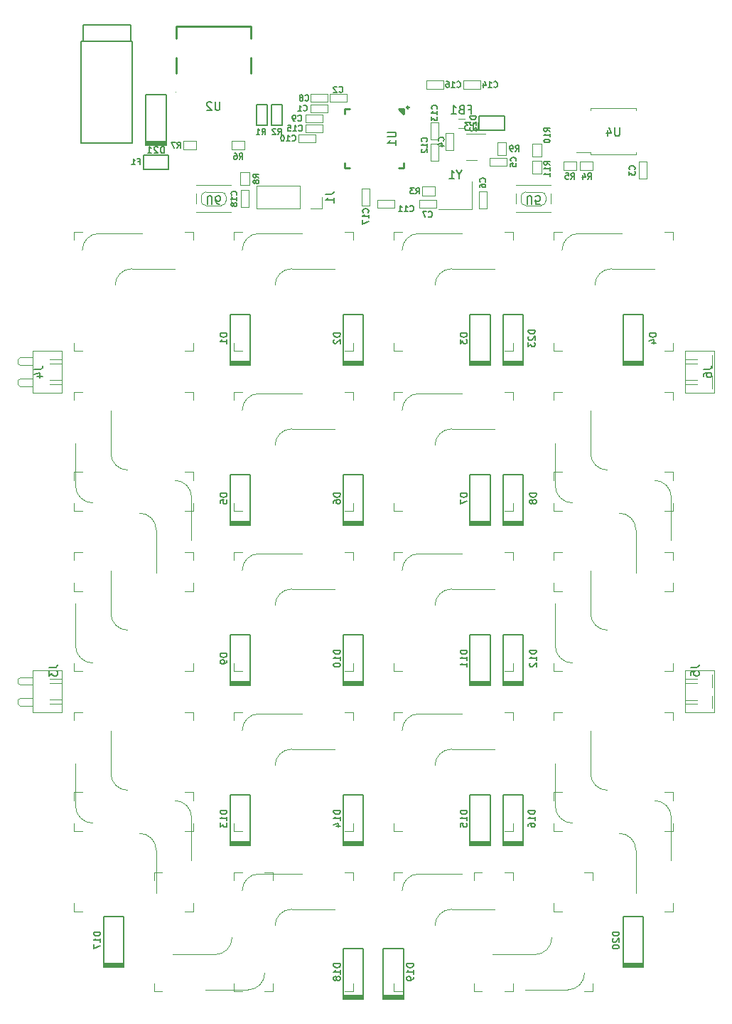
<source format=gbr>
%TF.GenerationSoftware,KiCad,Pcbnew,(6.0.7)*%
%TF.CreationDate,2022-10-13T01:40:36-05:00*%
%TF.ProjectId,Container65,436f6e74-6169-46e6-9572-36352e6b6963,rev?*%
%TF.SameCoordinates,Original*%
%TF.FileFunction,Legend,Bot*%
%TF.FilePolarity,Positive*%
%FSLAX46Y46*%
G04 Gerber Fmt 4.6, Leading zero omitted, Abs format (unit mm)*
G04 Created by KiCad (PCBNEW (6.0.7)) date 2022-10-13 01:40:36*
%MOMM*%
%LPD*%
G01*
G04 APERTURE LIST*
%ADD10C,0.150000*%
%ADD11C,0.120000*%
%ADD12C,0.200000*%
%ADD13C,0.254001*%
%ADD14C,0.059995*%
G04 APERTURE END LIST*
D10*
%TO.C,FB1*%
X89120833Y-26753571D02*
X89454166Y-26753571D01*
X89454166Y-27277380D02*
X89454166Y-26277380D01*
X88977976Y-26277380D01*
X88263690Y-26753571D02*
X88120833Y-26801190D01*
X88073214Y-26848809D01*
X88025595Y-26944047D01*
X88025595Y-27086904D01*
X88073214Y-27182142D01*
X88120833Y-27229761D01*
X88216071Y-27277380D01*
X88597023Y-27277380D01*
X88597023Y-26277380D01*
X88263690Y-26277380D01*
X88168452Y-26325000D01*
X88120833Y-26372619D01*
X88073214Y-26467857D01*
X88073214Y-26563095D01*
X88120833Y-26658333D01*
X88168452Y-26705952D01*
X88263690Y-26753571D01*
X88597023Y-26753571D01*
X87073214Y-27277380D02*
X87644642Y-27277380D01*
X87358928Y-27277380D02*
X87358928Y-26277380D01*
X87454166Y-26420238D01*
X87549404Y-26515476D01*
X87644642Y-26563095D01*
%TO.C,D14*%
X73843154Y-110153571D02*
X73043154Y-110153571D01*
X73043154Y-110344047D01*
X73081250Y-110458333D01*
X73157440Y-110534523D01*
X73233630Y-110572619D01*
X73386011Y-110610714D01*
X73500297Y-110610714D01*
X73652678Y-110572619D01*
X73728869Y-110534523D01*
X73805059Y-110458333D01*
X73843154Y-110344047D01*
X73843154Y-110153571D01*
X73843154Y-111372619D02*
X73843154Y-110915476D01*
X73843154Y-111144047D02*
X73043154Y-111144047D01*
X73157440Y-111067857D01*
X73233630Y-110991666D01*
X73271726Y-110915476D01*
X73309821Y-112058333D02*
X73843154Y-112058333D01*
X73005059Y-111867857D02*
X73576488Y-111677380D01*
X73576488Y-112172619D01*
%TO.C,C10*%
X68087500Y-30475000D02*
X68120833Y-30508333D01*
X68220833Y-30541666D01*
X68287500Y-30541666D01*
X68387500Y-30508333D01*
X68454166Y-30441666D01*
X68487500Y-30375000D01*
X68520833Y-30241666D01*
X68520833Y-30141666D01*
X68487500Y-30008333D01*
X68454166Y-29941666D01*
X68387500Y-29875000D01*
X68287500Y-29841666D01*
X68220833Y-29841666D01*
X68120833Y-29875000D01*
X68087500Y-29908333D01*
X67420833Y-30541666D02*
X67820833Y-30541666D01*
X67620833Y-30541666D02*
X67620833Y-29841666D01*
X67687500Y-29941666D01*
X67754166Y-30008333D01*
X67820833Y-30041666D01*
X66987500Y-29841666D02*
X66920833Y-29841666D01*
X66854166Y-29875000D01*
X66820833Y-29908333D01*
X66787500Y-29975000D01*
X66754166Y-30108333D01*
X66754166Y-30275000D01*
X66787500Y-30408333D01*
X66820833Y-30475000D01*
X66854166Y-30508333D01*
X66920833Y-30541666D01*
X66987500Y-30541666D01*
X67054166Y-30508333D01*
X67087500Y-30475000D01*
X67120833Y-30408333D01*
X67154166Y-30275000D01*
X67154166Y-30108333D01*
X67120833Y-29975000D01*
X67087500Y-29908333D01*
X67054166Y-29875000D01*
X66987500Y-29841666D01*
%TO.C,D4*%
X111461904Y-53384523D02*
X110661904Y-53384523D01*
X110661904Y-53575000D01*
X110700000Y-53689285D01*
X110776190Y-53765476D01*
X110852380Y-53803571D01*
X111004761Y-53841666D01*
X111119047Y-53841666D01*
X111271428Y-53803571D01*
X111347619Y-53765476D01*
X111423809Y-53689285D01*
X111461904Y-53575000D01*
X111461904Y-53384523D01*
X110928571Y-54527380D02*
X111461904Y-54527380D01*
X110623809Y-54336904D02*
X111195238Y-54146428D01*
X111195238Y-54641666D01*
%TO.C,D8*%
X97199404Y-72434523D02*
X96399404Y-72434523D01*
X96399404Y-72625000D01*
X96437500Y-72739285D01*
X96513690Y-72815476D01*
X96589880Y-72853571D01*
X96742261Y-72891666D01*
X96856547Y-72891666D01*
X97008928Y-72853571D01*
X97085119Y-72815476D01*
X97161309Y-72739285D01*
X97199404Y-72625000D01*
X97199404Y-72434523D01*
X96742261Y-73348809D02*
X96704166Y-73272619D01*
X96666071Y-73234523D01*
X96589880Y-73196428D01*
X96551785Y-73196428D01*
X96475595Y-73234523D01*
X96437500Y-73272619D01*
X96399404Y-73348809D01*
X96399404Y-73501190D01*
X96437500Y-73577380D01*
X96475595Y-73615476D01*
X96551785Y-73653571D01*
X96589880Y-73653571D01*
X96666071Y-73615476D01*
X96704166Y-73577380D01*
X96742261Y-73501190D01*
X96742261Y-73348809D01*
X96780357Y-73272619D01*
X96818452Y-73234523D01*
X96894642Y-73196428D01*
X97047023Y-73196428D01*
X97123214Y-73234523D01*
X97161309Y-73272619D01*
X97199404Y-73348809D01*
X97199404Y-73501190D01*
X97161309Y-73577380D01*
X97123214Y-73615476D01*
X97047023Y-73653571D01*
X96894642Y-73653571D01*
X96818452Y-73615476D01*
X96780357Y-73577380D01*
X96742261Y-73501190D01*
%TO.C,J3*%
X39139880Y-93180416D02*
X39854166Y-93180416D01*
X39997023Y-93132797D01*
X40092261Y-93037559D01*
X40139880Y-92894702D01*
X40139880Y-92799464D01*
X39139880Y-93561369D02*
X39139880Y-94180416D01*
X39520833Y-93847083D01*
X39520833Y-93989940D01*
X39568452Y-94085178D01*
X39616071Y-94132797D01*
X39711309Y-94180416D01*
X39949404Y-94180416D01*
X40044642Y-94132797D01*
X40092261Y-94085178D01*
X40139880Y-93989940D01*
X40139880Y-93704226D01*
X40092261Y-93608988D01*
X40044642Y-93561369D01*
%TO.C,D22*%
X90004166Y-27575000D02*
X89304166Y-27575000D01*
X89304166Y-27741666D01*
X89337500Y-27841666D01*
X89404166Y-27908333D01*
X89470833Y-27941666D01*
X89604166Y-27975000D01*
X89704166Y-27975000D01*
X89837500Y-27941666D01*
X89904166Y-27908333D01*
X89970833Y-27841666D01*
X90004166Y-27741666D01*
X90004166Y-27575000D01*
X89370833Y-28241666D02*
X89337500Y-28275000D01*
X89304166Y-28341666D01*
X89304166Y-28508333D01*
X89337500Y-28575000D01*
X89370833Y-28608333D01*
X89437500Y-28641666D01*
X89504166Y-28641666D01*
X89604166Y-28608333D01*
X90004166Y-28208333D01*
X90004166Y-28641666D01*
X89370833Y-28908333D02*
X89337500Y-28941666D01*
X89304166Y-29008333D01*
X89304166Y-29175000D01*
X89337500Y-29241666D01*
X89370833Y-29275000D01*
X89437500Y-29308333D01*
X89504166Y-29308333D01*
X89604166Y-29275000D01*
X90004166Y-28875000D01*
X90004166Y-29308333D01*
%TO.C,C15*%
X68887500Y-29275000D02*
X68920833Y-29308333D01*
X69020833Y-29341666D01*
X69087500Y-29341666D01*
X69187500Y-29308333D01*
X69254166Y-29241666D01*
X69287500Y-29175000D01*
X69320833Y-29041666D01*
X69320833Y-28941666D01*
X69287500Y-28808333D01*
X69254166Y-28741666D01*
X69187500Y-28675000D01*
X69087500Y-28641666D01*
X69020833Y-28641666D01*
X68920833Y-28675000D01*
X68887500Y-28708333D01*
X68220833Y-29341666D02*
X68620833Y-29341666D01*
X68420833Y-29341666D02*
X68420833Y-28641666D01*
X68487500Y-28741666D01*
X68554166Y-28808333D01*
X68620833Y-28841666D01*
X67587500Y-28641666D02*
X67920833Y-28641666D01*
X67954166Y-28975000D01*
X67920833Y-28941666D01*
X67854166Y-28908333D01*
X67687500Y-28908333D01*
X67620833Y-28941666D01*
X67587500Y-28975000D01*
X67554166Y-29041666D01*
X67554166Y-29208333D01*
X67587500Y-29275000D01*
X67620833Y-29308333D01*
X67687500Y-29341666D01*
X67854166Y-29341666D01*
X67920833Y-29308333D01*
X67954166Y-29275000D01*
%TO.C,C4*%
X86137500Y-30508333D02*
X86170833Y-30475000D01*
X86204166Y-30375000D01*
X86204166Y-30308333D01*
X86170833Y-30208333D01*
X86104166Y-30141666D01*
X86037500Y-30108333D01*
X85904166Y-30075000D01*
X85804166Y-30075000D01*
X85670833Y-30108333D01*
X85604166Y-30141666D01*
X85537500Y-30208333D01*
X85504166Y-30308333D01*
X85504166Y-30375000D01*
X85537500Y-30475000D01*
X85570833Y-30508333D01*
X85737500Y-31108333D02*
X86204166Y-31108333D01*
X85470833Y-30941666D02*
X85970833Y-30775000D01*
X85970833Y-31208333D01*
%TO.C,D23*%
X97049404Y-53003571D02*
X96249404Y-53003571D01*
X96249404Y-53194047D01*
X96287500Y-53308333D01*
X96363690Y-53384523D01*
X96439880Y-53422619D01*
X96592261Y-53460714D01*
X96706547Y-53460714D01*
X96858928Y-53422619D01*
X96935119Y-53384523D01*
X97011309Y-53308333D01*
X97049404Y-53194047D01*
X97049404Y-53003571D01*
X96325595Y-53765476D02*
X96287500Y-53803571D01*
X96249404Y-53879761D01*
X96249404Y-54070238D01*
X96287500Y-54146428D01*
X96325595Y-54184523D01*
X96401785Y-54222619D01*
X96477976Y-54222619D01*
X96592261Y-54184523D01*
X97049404Y-53727380D01*
X97049404Y-54222619D01*
X96249404Y-54489285D02*
X96249404Y-54984523D01*
X96554166Y-54717857D01*
X96554166Y-54832142D01*
X96592261Y-54908333D01*
X96630357Y-54946428D01*
X96706547Y-54984523D01*
X96897023Y-54984523D01*
X96973214Y-54946428D01*
X97011309Y-54908333D01*
X97049404Y-54832142D01*
X97049404Y-54603571D01*
X97011309Y-54527380D01*
X96973214Y-54489285D01*
%TO.C,C17*%
X77137500Y-39025000D02*
X77170833Y-38991666D01*
X77204166Y-38891666D01*
X77204166Y-38825000D01*
X77170833Y-38725000D01*
X77104166Y-38658333D01*
X77037500Y-38625000D01*
X76904166Y-38591666D01*
X76804166Y-38591666D01*
X76670833Y-38625000D01*
X76604166Y-38658333D01*
X76537500Y-38725000D01*
X76504166Y-38825000D01*
X76504166Y-38891666D01*
X76537500Y-38991666D01*
X76570833Y-39025000D01*
X77204166Y-39691666D02*
X77204166Y-39291666D01*
X77204166Y-39491666D02*
X76504166Y-39491666D01*
X76604166Y-39425000D01*
X76670833Y-39358333D01*
X76704166Y-39291666D01*
X76504166Y-39925000D02*
X76504166Y-40391666D01*
X77204166Y-40091666D01*
%TO.C,D10*%
X73843154Y-91103571D02*
X73043154Y-91103571D01*
X73043154Y-91294047D01*
X73081250Y-91408333D01*
X73157440Y-91484523D01*
X73233630Y-91522619D01*
X73386011Y-91560714D01*
X73500297Y-91560714D01*
X73652678Y-91522619D01*
X73728869Y-91484523D01*
X73805059Y-91408333D01*
X73843154Y-91294047D01*
X73843154Y-91103571D01*
X73843154Y-92322619D02*
X73843154Y-91865476D01*
X73843154Y-92094047D02*
X73043154Y-92094047D01*
X73157440Y-92017857D01*
X73233630Y-91941666D01*
X73271726Y-91865476D01*
X73043154Y-92817857D02*
X73043154Y-92894047D01*
X73081250Y-92970238D01*
X73119345Y-93008333D01*
X73195535Y-93046428D01*
X73347916Y-93084523D01*
X73538392Y-93084523D01*
X73690773Y-93046428D01*
X73766964Y-93008333D01*
X73805059Y-92970238D01*
X73843154Y-92894047D01*
X73843154Y-92817857D01*
X73805059Y-92741666D01*
X73766964Y-92703571D01*
X73690773Y-92665476D01*
X73538392Y-92627380D01*
X73347916Y-92627380D01*
X73195535Y-92665476D01*
X73119345Y-92703571D01*
X73081250Y-92741666D01*
X73043154Y-92817857D01*
%TO.C,D15*%
X88924404Y-110153571D02*
X88124404Y-110153571D01*
X88124404Y-110344047D01*
X88162500Y-110458333D01*
X88238690Y-110534523D01*
X88314880Y-110572619D01*
X88467261Y-110610714D01*
X88581547Y-110610714D01*
X88733928Y-110572619D01*
X88810119Y-110534523D01*
X88886309Y-110458333D01*
X88924404Y-110344047D01*
X88924404Y-110153571D01*
X88924404Y-111372619D02*
X88924404Y-110915476D01*
X88924404Y-111144047D02*
X88124404Y-111144047D01*
X88238690Y-111067857D01*
X88314880Y-110991666D01*
X88352976Y-110915476D01*
X88124404Y-112096428D02*
X88124404Y-111715476D01*
X88505357Y-111677380D01*
X88467261Y-111715476D01*
X88429166Y-111791666D01*
X88429166Y-111982142D01*
X88467261Y-112058333D01*
X88505357Y-112096428D01*
X88581547Y-112134523D01*
X88772023Y-112134523D01*
X88848214Y-112096428D01*
X88886309Y-112058333D01*
X88924404Y-111982142D01*
X88924404Y-111791666D01*
X88886309Y-111715476D01*
X88848214Y-111677380D01*
%TO.C,D12*%
X97199404Y-91103571D02*
X96399404Y-91103571D01*
X96399404Y-91294047D01*
X96437500Y-91408333D01*
X96513690Y-91484523D01*
X96589880Y-91522619D01*
X96742261Y-91560714D01*
X96856547Y-91560714D01*
X97008928Y-91522619D01*
X97085119Y-91484523D01*
X97161309Y-91408333D01*
X97199404Y-91294047D01*
X97199404Y-91103571D01*
X97199404Y-92322619D02*
X97199404Y-91865476D01*
X97199404Y-92094047D02*
X96399404Y-92094047D01*
X96513690Y-92017857D01*
X96589880Y-91941666D01*
X96627976Y-91865476D01*
X96475595Y-92627380D02*
X96437500Y-92665476D01*
X96399404Y-92741666D01*
X96399404Y-92932142D01*
X96437500Y-93008333D01*
X96475595Y-93046428D01*
X96551785Y-93084523D01*
X96627976Y-93084523D01*
X96742261Y-93046428D01*
X97199404Y-92589285D01*
X97199404Y-93084523D01*
%TO.C,D1*%
X60349404Y-53384523D02*
X59549404Y-53384523D01*
X59549404Y-53575000D01*
X59587500Y-53689285D01*
X59663690Y-53765476D01*
X59739880Y-53803571D01*
X59892261Y-53841666D01*
X60006547Y-53841666D01*
X60158928Y-53803571D01*
X60235119Y-53765476D01*
X60311309Y-53689285D01*
X60349404Y-53575000D01*
X60349404Y-53384523D01*
X60349404Y-54603571D02*
X60349404Y-54146428D01*
X60349404Y-54375000D02*
X59549404Y-54375000D01*
X59663690Y-54298809D01*
X59739880Y-54222619D01*
X59777976Y-54146428D01*
%TO.C,D3*%
X88924404Y-53384523D02*
X88124404Y-53384523D01*
X88124404Y-53575000D01*
X88162500Y-53689285D01*
X88238690Y-53765476D01*
X88314880Y-53803571D01*
X88467261Y-53841666D01*
X88581547Y-53841666D01*
X88733928Y-53803571D01*
X88810119Y-53765476D01*
X88886309Y-53689285D01*
X88924404Y-53575000D01*
X88924404Y-53384523D01*
X88124404Y-54108333D02*
X88124404Y-54603571D01*
X88429166Y-54336904D01*
X88429166Y-54451190D01*
X88467261Y-54527380D01*
X88505357Y-54565476D01*
X88581547Y-54603571D01*
X88772023Y-54603571D01*
X88848214Y-54565476D01*
X88886309Y-54527380D01*
X88924404Y-54451190D01*
X88924404Y-54222619D01*
X88886309Y-54146428D01*
X88848214Y-54108333D01*
%TO.C,R4*%
X103304166Y-35041666D02*
X103537500Y-34708333D01*
X103704166Y-35041666D02*
X103704166Y-34341666D01*
X103437500Y-34341666D01*
X103370833Y-34375000D01*
X103337500Y-34408333D01*
X103304166Y-34475000D01*
X103304166Y-34575000D01*
X103337500Y-34641666D01*
X103370833Y-34675000D01*
X103437500Y-34708333D01*
X103704166Y-34708333D01*
X102704166Y-34575000D02*
X102704166Y-35041666D01*
X102870833Y-34308333D02*
X103037500Y-34808333D01*
X102604166Y-34808333D01*
%TO.C,U3*%
X90249404Y-28277380D02*
X90249404Y-29086904D01*
X90201785Y-29182142D01*
X90154166Y-29229761D01*
X90058928Y-29277380D01*
X89868452Y-29277380D01*
X89773214Y-29229761D01*
X89725595Y-29182142D01*
X89677976Y-29086904D01*
X89677976Y-28277380D01*
X89297023Y-28277380D02*
X88677976Y-28277380D01*
X89011309Y-28658333D01*
X88868452Y-28658333D01*
X88773214Y-28705952D01*
X88725595Y-28753571D01*
X88677976Y-28848809D01*
X88677976Y-29086904D01*
X88725595Y-29182142D01*
X88773214Y-29229761D01*
X88868452Y-29277380D01*
X89154166Y-29277380D01*
X89249404Y-29229761D01*
X89297023Y-29182142D01*
%TO.C,U5*%
X96092871Y-38047619D02*
X96092871Y-37238095D01*
X96140490Y-37142857D01*
X96188109Y-37095238D01*
X96283347Y-37047619D01*
X96473823Y-37047619D01*
X96569061Y-37095238D01*
X96616680Y-37142857D01*
X96664299Y-37238095D01*
X96664299Y-38047619D01*
X97616680Y-38047619D02*
X97140490Y-38047619D01*
X97092871Y-37571428D01*
X97140490Y-37619047D01*
X97235728Y-37666666D01*
X97473823Y-37666666D01*
X97569061Y-37619047D01*
X97616680Y-37571428D01*
X97664299Y-37476190D01*
X97664299Y-37238095D01*
X97616680Y-37142857D01*
X97569061Y-37095238D01*
X97473823Y-37047619D01*
X97235728Y-37047619D01*
X97140490Y-37095238D01*
X97092871Y-37142857D01*
%TO.C,R9*%
X94704166Y-31741666D02*
X94937500Y-31408333D01*
X95104166Y-31741666D02*
X95104166Y-31041666D01*
X94837500Y-31041666D01*
X94770833Y-31075000D01*
X94737500Y-31108333D01*
X94704166Y-31175000D01*
X94704166Y-31275000D01*
X94737500Y-31341666D01*
X94770833Y-31375000D01*
X94837500Y-31408333D01*
X95104166Y-31408333D01*
X94370833Y-31741666D02*
X94237500Y-31741666D01*
X94170833Y-31708333D01*
X94137500Y-31675000D01*
X94070833Y-31575000D01*
X94037500Y-31441666D01*
X94037500Y-31175000D01*
X94070833Y-31108333D01*
X94104166Y-31075000D01*
X94170833Y-31041666D01*
X94304166Y-31041666D01*
X94370833Y-31075000D01*
X94404166Y-31108333D01*
X94437500Y-31175000D01*
X94437500Y-31341666D01*
X94404166Y-31408333D01*
X94370833Y-31441666D01*
X94304166Y-31475000D01*
X94170833Y-31475000D01*
X94104166Y-31441666D01*
X94070833Y-31408333D01*
X94037500Y-31341666D01*
%TO.C,R11*%
X98804166Y-33375000D02*
X98470833Y-33141666D01*
X98804166Y-32975000D02*
X98104166Y-32975000D01*
X98104166Y-33241666D01*
X98137500Y-33308333D01*
X98170833Y-33341666D01*
X98237500Y-33375000D01*
X98337500Y-33375000D01*
X98404166Y-33341666D01*
X98437500Y-33308333D01*
X98470833Y-33241666D01*
X98470833Y-32975000D01*
X98804166Y-34041666D02*
X98804166Y-33641666D01*
X98804166Y-33841666D02*
X98104166Y-33841666D01*
X98204166Y-33775000D01*
X98270833Y-33708333D01*
X98304166Y-33641666D01*
X98804166Y-34708333D02*
X98804166Y-34308333D01*
X98804166Y-34508333D02*
X98104166Y-34508333D01*
X98204166Y-34441666D01*
X98270833Y-34375000D01*
X98304166Y-34308333D01*
%TO.C,U1*%
X79483630Y-29462968D02*
X80293154Y-29462968D01*
X80388392Y-29510587D01*
X80436011Y-29558206D01*
X80483630Y-29653444D01*
X80483630Y-29843920D01*
X80436011Y-29939158D01*
X80388392Y-29986777D01*
X80293154Y-30034396D01*
X79483630Y-30034396D01*
X80483630Y-31034396D02*
X80483630Y-30462968D01*
X80483630Y-30748682D02*
X79483630Y-30748682D01*
X79626488Y-30653444D01*
X79721726Y-30558206D01*
X79769345Y-30462968D01*
%TO.C,R7*%
X54404166Y-31341666D02*
X54637500Y-31008333D01*
X54804166Y-31341666D02*
X54804166Y-30641666D01*
X54537500Y-30641666D01*
X54470833Y-30675000D01*
X54437500Y-30708333D01*
X54404166Y-30775000D01*
X54404166Y-30875000D01*
X54437500Y-30941666D01*
X54470833Y-30975000D01*
X54537500Y-31008333D01*
X54804166Y-31008333D01*
X54170833Y-30641666D02*
X53704166Y-30641666D01*
X54004166Y-31341666D01*
%TO.C,D21*%
X52858928Y-31961904D02*
X52858928Y-31161904D01*
X52668452Y-31161904D01*
X52554166Y-31200000D01*
X52477976Y-31276190D01*
X52439880Y-31352380D01*
X52401785Y-31504761D01*
X52401785Y-31619047D01*
X52439880Y-31771428D01*
X52477976Y-31847619D01*
X52554166Y-31923809D01*
X52668452Y-31961904D01*
X52858928Y-31961904D01*
X52097023Y-31238095D02*
X52058928Y-31200000D01*
X51982738Y-31161904D01*
X51792261Y-31161904D01*
X51716071Y-31200000D01*
X51677976Y-31238095D01*
X51639880Y-31314285D01*
X51639880Y-31390476D01*
X51677976Y-31504761D01*
X52135119Y-31961904D01*
X51639880Y-31961904D01*
X50877976Y-31961904D02*
X51335119Y-31961904D01*
X51106547Y-31961904D02*
X51106547Y-31161904D01*
X51182738Y-31276190D01*
X51258928Y-31352380D01*
X51335119Y-31390476D01*
%TO.C,D17*%
X45268154Y-124628571D02*
X44468154Y-124628571D01*
X44468154Y-124819047D01*
X44506250Y-124933333D01*
X44582440Y-125009523D01*
X44658630Y-125047619D01*
X44811011Y-125085714D01*
X44925297Y-125085714D01*
X45077678Y-125047619D01*
X45153869Y-125009523D01*
X45230059Y-124933333D01*
X45268154Y-124819047D01*
X45268154Y-124628571D01*
X45268154Y-125847619D02*
X45268154Y-125390476D01*
X45268154Y-125619047D02*
X44468154Y-125619047D01*
X44582440Y-125542857D01*
X44658630Y-125466666D01*
X44696726Y-125390476D01*
X44468154Y-126114285D02*
X44468154Y-126647619D01*
X45268154Y-126304761D01*
%TO.C,D18*%
X73843154Y-128409821D02*
X73043154Y-128409821D01*
X73043154Y-128600297D01*
X73081250Y-128714583D01*
X73157440Y-128790773D01*
X73233630Y-128828869D01*
X73386011Y-128866964D01*
X73500297Y-128866964D01*
X73652678Y-128828869D01*
X73728869Y-128790773D01*
X73805059Y-128714583D01*
X73843154Y-128600297D01*
X73843154Y-128409821D01*
X73843154Y-129628869D02*
X73843154Y-129171726D01*
X73843154Y-129400297D02*
X73043154Y-129400297D01*
X73157440Y-129324107D01*
X73233630Y-129247916D01*
X73271726Y-129171726D01*
X73386011Y-130086011D02*
X73347916Y-130009821D01*
X73309821Y-129971726D01*
X73233630Y-129933630D01*
X73195535Y-129933630D01*
X73119345Y-129971726D01*
X73081250Y-130009821D01*
X73043154Y-130086011D01*
X73043154Y-130238392D01*
X73081250Y-130314583D01*
X73119345Y-130352678D01*
X73195535Y-130390773D01*
X73233630Y-130390773D01*
X73309821Y-130352678D01*
X73347916Y-130314583D01*
X73386011Y-130238392D01*
X73386011Y-130086011D01*
X73424107Y-130009821D01*
X73462202Y-129971726D01*
X73538392Y-129933630D01*
X73690773Y-129933630D01*
X73766964Y-129971726D01*
X73805059Y-130009821D01*
X73843154Y-130086011D01*
X73843154Y-130238392D01*
X73805059Y-130314583D01*
X73766964Y-130352678D01*
X73690773Y-130390773D01*
X73538392Y-130390773D01*
X73462202Y-130352678D01*
X73424107Y-130314583D01*
X73386011Y-130238392D01*
%TO.C,D9*%
X60349404Y-91484523D02*
X59549404Y-91484523D01*
X59549404Y-91675000D01*
X59587500Y-91789285D01*
X59663690Y-91865476D01*
X59739880Y-91903571D01*
X59892261Y-91941666D01*
X60006547Y-91941666D01*
X60158928Y-91903571D01*
X60235119Y-91865476D01*
X60311309Y-91789285D01*
X60349404Y-91675000D01*
X60349404Y-91484523D01*
X60349404Y-92322619D02*
X60349404Y-92475000D01*
X60311309Y-92551190D01*
X60273214Y-92589285D01*
X60158928Y-92665476D01*
X60006547Y-92703571D01*
X59701785Y-92703571D01*
X59625595Y-92665476D01*
X59587500Y-92627380D01*
X59549404Y-92551190D01*
X59549404Y-92398809D01*
X59587500Y-92322619D01*
X59625595Y-92284523D01*
X59701785Y-92246428D01*
X59892261Y-92246428D01*
X59968452Y-92284523D01*
X60006547Y-92322619D01*
X60044642Y-92398809D01*
X60044642Y-92551190D01*
X60006547Y-92627380D01*
X59968452Y-92665476D01*
X59892261Y-92703571D01*
%TO.C,D20*%
X107049404Y-124628571D02*
X106249404Y-124628571D01*
X106249404Y-124819047D01*
X106287500Y-124933333D01*
X106363690Y-125009523D01*
X106439880Y-125047619D01*
X106592261Y-125085714D01*
X106706547Y-125085714D01*
X106858928Y-125047619D01*
X106935119Y-125009523D01*
X107011309Y-124933333D01*
X107049404Y-124819047D01*
X107049404Y-124628571D01*
X106325595Y-125390476D02*
X106287500Y-125428571D01*
X106249404Y-125504761D01*
X106249404Y-125695238D01*
X106287500Y-125771428D01*
X106325595Y-125809523D01*
X106401785Y-125847619D01*
X106477976Y-125847619D01*
X106592261Y-125809523D01*
X107049404Y-125352380D01*
X107049404Y-125847619D01*
X106249404Y-126342857D02*
X106249404Y-126419047D01*
X106287500Y-126495238D01*
X106325595Y-126533333D01*
X106401785Y-126571428D01*
X106554166Y-126609523D01*
X106744642Y-126609523D01*
X106897023Y-126571428D01*
X106973214Y-126533333D01*
X107011309Y-126495238D01*
X107049404Y-126419047D01*
X107049404Y-126342857D01*
X107011309Y-126266666D01*
X106973214Y-126228571D01*
X106897023Y-126190476D01*
X106744642Y-126152380D01*
X106554166Y-126152380D01*
X106401785Y-126190476D01*
X106325595Y-126228571D01*
X106287500Y-126266666D01*
X106249404Y-126342857D01*
%TO.C,C13*%
X85337500Y-26718750D02*
X85370833Y-26685416D01*
X85404166Y-26585416D01*
X85404166Y-26518750D01*
X85370833Y-26418750D01*
X85304166Y-26352083D01*
X85237500Y-26318750D01*
X85104166Y-26285416D01*
X85004166Y-26285416D01*
X84870833Y-26318750D01*
X84804166Y-26352083D01*
X84737500Y-26418750D01*
X84704166Y-26518750D01*
X84704166Y-26585416D01*
X84737500Y-26685416D01*
X84770833Y-26718750D01*
X85404166Y-27385416D02*
X85404166Y-26985416D01*
X85404166Y-27185416D02*
X84704166Y-27185416D01*
X84804166Y-27118750D01*
X84870833Y-27052083D01*
X84904166Y-26985416D01*
X84704166Y-27618750D02*
X84704166Y-28052083D01*
X84970833Y-27818750D01*
X84970833Y-27918750D01*
X85004166Y-27985416D01*
X85037500Y-28018750D01*
X85104166Y-28052083D01*
X85270833Y-28052083D01*
X85337500Y-28018750D01*
X85370833Y-27985416D01*
X85404166Y-27918750D01*
X85404166Y-27718750D01*
X85370833Y-27652083D01*
X85337500Y-27618750D01*
%TO.C,D5*%
X60349404Y-72434523D02*
X59549404Y-72434523D01*
X59549404Y-72625000D01*
X59587500Y-72739285D01*
X59663690Y-72815476D01*
X59739880Y-72853571D01*
X59892261Y-72891666D01*
X60006547Y-72891666D01*
X60158928Y-72853571D01*
X60235119Y-72815476D01*
X60311309Y-72739285D01*
X60349404Y-72625000D01*
X60349404Y-72434523D01*
X59549404Y-73615476D02*
X59549404Y-73234523D01*
X59930357Y-73196428D01*
X59892261Y-73234523D01*
X59854166Y-73310714D01*
X59854166Y-73501190D01*
X59892261Y-73577380D01*
X59930357Y-73615476D01*
X60006547Y-73653571D01*
X60197023Y-73653571D01*
X60273214Y-73615476D01*
X60311309Y-73577380D01*
X60349404Y-73501190D01*
X60349404Y-73310714D01*
X60311309Y-73234523D01*
X60273214Y-73196428D01*
%TO.C,C8*%
X69654166Y-25675000D02*
X69687500Y-25708333D01*
X69787500Y-25741666D01*
X69854166Y-25741666D01*
X69954166Y-25708333D01*
X70020833Y-25641666D01*
X70054166Y-25575000D01*
X70087500Y-25441666D01*
X70087500Y-25341666D01*
X70054166Y-25208333D01*
X70020833Y-25141666D01*
X69954166Y-25075000D01*
X69854166Y-25041666D01*
X69787500Y-25041666D01*
X69687500Y-25075000D01*
X69654166Y-25108333D01*
X69254166Y-25341666D02*
X69320833Y-25308333D01*
X69354166Y-25275000D01*
X69387500Y-25208333D01*
X69387500Y-25175000D01*
X69354166Y-25108333D01*
X69320833Y-25075000D01*
X69254166Y-25041666D01*
X69120833Y-25041666D01*
X69054166Y-25075000D01*
X69020833Y-25108333D01*
X68987500Y-25175000D01*
X68987500Y-25208333D01*
X69020833Y-25275000D01*
X69054166Y-25308333D01*
X69120833Y-25341666D01*
X69254166Y-25341666D01*
X69320833Y-25375000D01*
X69354166Y-25408333D01*
X69387500Y-25475000D01*
X69387500Y-25608333D01*
X69354166Y-25675000D01*
X69320833Y-25708333D01*
X69254166Y-25741666D01*
X69120833Y-25741666D01*
X69054166Y-25708333D01*
X69020833Y-25675000D01*
X68987500Y-25608333D01*
X68987500Y-25475000D01*
X69020833Y-25408333D01*
X69054166Y-25375000D01*
X69120833Y-25341666D01*
%TO.C,J6*%
X117089880Y-57649166D02*
X117804166Y-57649166D01*
X117947023Y-57601547D01*
X118042261Y-57506309D01*
X118089880Y-57363452D01*
X118089880Y-57268214D01*
X117089880Y-58553928D02*
X117089880Y-58363452D01*
X117137500Y-58268214D01*
X117185119Y-58220595D01*
X117327976Y-58125357D01*
X117518452Y-58077738D01*
X117899404Y-58077738D01*
X117994642Y-58125357D01*
X118042261Y-58172976D01*
X118089880Y-58268214D01*
X118089880Y-58458690D01*
X118042261Y-58553928D01*
X117994642Y-58601547D01*
X117899404Y-58649166D01*
X117661309Y-58649166D01*
X117566071Y-58601547D01*
X117518452Y-58553928D01*
X117470833Y-58458690D01*
X117470833Y-58268214D01*
X117518452Y-58172976D01*
X117566071Y-58125357D01*
X117661309Y-58077738D01*
%TO.C,C2*%
X73704166Y-24675000D02*
X73737500Y-24708333D01*
X73837500Y-24741666D01*
X73904166Y-24741666D01*
X74004166Y-24708333D01*
X74070833Y-24641666D01*
X74104166Y-24575000D01*
X74137500Y-24441666D01*
X74137500Y-24341666D01*
X74104166Y-24208333D01*
X74070833Y-24141666D01*
X74004166Y-24075000D01*
X73904166Y-24041666D01*
X73837500Y-24041666D01*
X73737500Y-24075000D01*
X73704166Y-24108333D01*
X73437500Y-24108333D02*
X73404166Y-24075000D01*
X73337500Y-24041666D01*
X73170833Y-24041666D01*
X73104166Y-24075000D01*
X73070833Y-24108333D01*
X73037500Y-24175000D01*
X73037500Y-24241666D01*
X73070833Y-24341666D01*
X73470833Y-24741666D01*
X73037500Y-24741666D01*
%TO.C,F1*%
X49720833Y-32975000D02*
X49954166Y-32975000D01*
X49954166Y-33341666D02*
X49954166Y-32641666D01*
X49620833Y-32641666D01*
X48987500Y-33341666D02*
X49387500Y-33341666D01*
X49187500Y-33341666D02*
X49187500Y-32641666D01*
X49254166Y-32741666D01*
X49320833Y-32808333D01*
X49387500Y-32841666D01*
%TO.C,R3*%
X82854166Y-36816666D02*
X83087500Y-36483333D01*
X83254166Y-36816666D02*
X83254166Y-36116666D01*
X82987500Y-36116666D01*
X82920833Y-36150000D01*
X82887500Y-36183333D01*
X82854166Y-36250000D01*
X82854166Y-36350000D01*
X82887500Y-36416666D01*
X82920833Y-36450000D01*
X82987500Y-36483333D01*
X83254166Y-36483333D01*
X82620833Y-36116666D02*
X82187500Y-36116666D01*
X82420833Y-36383333D01*
X82320833Y-36383333D01*
X82254166Y-36416666D01*
X82220833Y-36450000D01*
X82187500Y-36516666D01*
X82187500Y-36683333D01*
X82220833Y-36750000D01*
X82254166Y-36783333D01*
X82320833Y-36816666D01*
X82520833Y-36816666D01*
X82587500Y-36783333D01*
X82620833Y-36750000D01*
%TO.C,R5*%
X101304166Y-35041666D02*
X101537500Y-34708333D01*
X101704166Y-35041666D02*
X101704166Y-34341666D01*
X101437500Y-34341666D01*
X101370833Y-34375000D01*
X101337500Y-34408333D01*
X101304166Y-34475000D01*
X101304166Y-34575000D01*
X101337500Y-34641666D01*
X101370833Y-34675000D01*
X101437500Y-34708333D01*
X101704166Y-34708333D01*
X100670833Y-34341666D02*
X101004166Y-34341666D01*
X101037500Y-34675000D01*
X101004166Y-34641666D01*
X100937500Y-34608333D01*
X100770833Y-34608333D01*
X100704166Y-34641666D01*
X100670833Y-34675000D01*
X100637500Y-34741666D01*
X100637500Y-34908333D01*
X100670833Y-34975000D01*
X100704166Y-35008333D01*
X100770833Y-35041666D01*
X100937500Y-35041666D01*
X101004166Y-35008333D01*
X101037500Y-34975000D01*
%TO.C,C7*%
X84354166Y-39520000D02*
X84387500Y-39553333D01*
X84487500Y-39586666D01*
X84554166Y-39586666D01*
X84654166Y-39553333D01*
X84720833Y-39486666D01*
X84754166Y-39420000D01*
X84787500Y-39286666D01*
X84787500Y-39186666D01*
X84754166Y-39053333D01*
X84720833Y-38986666D01*
X84654166Y-38920000D01*
X84554166Y-38886666D01*
X84487500Y-38886666D01*
X84387500Y-38920000D01*
X84354166Y-38953333D01*
X84120833Y-38886666D02*
X83654166Y-38886666D01*
X83954166Y-39586666D01*
%TO.C,R1*%
X64504166Y-29741666D02*
X64737500Y-29408333D01*
X64904166Y-29741666D02*
X64904166Y-29041666D01*
X64637500Y-29041666D01*
X64570833Y-29075000D01*
X64537500Y-29108333D01*
X64504166Y-29175000D01*
X64504166Y-29275000D01*
X64537500Y-29341666D01*
X64570833Y-29375000D01*
X64637500Y-29408333D01*
X64904166Y-29408333D01*
X63837500Y-29741666D02*
X64237500Y-29741666D01*
X64037500Y-29741666D02*
X64037500Y-29041666D01*
X64104166Y-29141666D01*
X64170833Y-29208333D01*
X64237500Y-29241666D01*
%TO.C,R10*%
X98804166Y-29375000D02*
X98470833Y-29141666D01*
X98804166Y-28975000D02*
X98104166Y-28975000D01*
X98104166Y-29241666D01*
X98137500Y-29308333D01*
X98170833Y-29341666D01*
X98237500Y-29375000D01*
X98337500Y-29375000D01*
X98404166Y-29341666D01*
X98437500Y-29308333D01*
X98470833Y-29241666D01*
X98470833Y-28975000D01*
X98804166Y-30041666D02*
X98804166Y-29641666D01*
X98804166Y-29841666D02*
X98104166Y-29841666D01*
X98204166Y-29775000D01*
X98270833Y-29708333D01*
X98304166Y-29641666D01*
X98104166Y-30475000D02*
X98104166Y-30541666D01*
X98137500Y-30608333D01*
X98170833Y-30641666D01*
X98237500Y-30675000D01*
X98370833Y-30708333D01*
X98537500Y-30708333D01*
X98670833Y-30675000D01*
X98737500Y-30641666D01*
X98770833Y-30608333D01*
X98804166Y-30541666D01*
X98804166Y-30475000D01*
X98770833Y-30408333D01*
X98737500Y-30375000D01*
X98670833Y-30341666D01*
X98537500Y-30308333D01*
X98370833Y-30308333D01*
X98237500Y-30341666D01*
X98170833Y-30375000D01*
X98137500Y-30408333D01*
X98104166Y-30475000D01*
%TO.C,C16*%
X87737500Y-24075000D02*
X87770833Y-24108333D01*
X87870833Y-24141666D01*
X87937500Y-24141666D01*
X88037500Y-24108333D01*
X88104166Y-24041666D01*
X88137500Y-23975000D01*
X88170833Y-23841666D01*
X88170833Y-23741666D01*
X88137500Y-23608333D01*
X88104166Y-23541666D01*
X88037500Y-23475000D01*
X87937500Y-23441666D01*
X87870833Y-23441666D01*
X87770833Y-23475000D01*
X87737500Y-23508333D01*
X87070833Y-24141666D02*
X87470833Y-24141666D01*
X87270833Y-24141666D02*
X87270833Y-23441666D01*
X87337500Y-23541666D01*
X87404166Y-23608333D01*
X87470833Y-23641666D01*
X86470833Y-23441666D02*
X86604166Y-23441666D01*
X86670833Y-23475000D01*
X86704166Y-23508333D01*
X86770833Y-23608333D01*
X86804166Y-23741666D01*
X86804166Y-24008333D01*
X86770833Y-24075000D01*
X86737500Y-24108333D01*
X86670833Y-24141666D01*
X86537500Y-24141666D01*
X86470833Y-24108333D01*
X86437500Y-24075000D01*
X86404166Y-24008333D01*
X86404166Y-23841666D01*
X86437500Y-23775000D01*
X86470833Y-23741666D01*
X86537500Y-23708333D01*
X86670833Y-23708333D01*
X86737500Y-23741666D01*
X86770833Y-23775000D01*
X86804166Y-23841666D01*
%TO.C,D6*%
X73843154Y-72434523D02*
X73043154Y-72434523D01*
X73043154Y-72625000D01*
X73081250Y-72739285D01*
X73157440Y-72815476D01*
X73233630Y-72853571D01*
X73386011Y-72891666D01*
X73500297Y-72891666D01*
X73652678Y-72853571D01*
X73728869Y-72815476D01*
X73805059Y-72739285D01*
X73843154Y-72625000D01*
X73843154Y-72434523D01*
X73043154Y-73577380D02*
X73043154Y-73425000D01*
X73081250Y-73348809D01*
X73119345Y-73310714D01*
X73233630Y-73234523D01*
X73386011Y-73196428D01*
X73690773Y-73196428D01*
X73766964Y-73234523D01*
X73805059Y-73272619D01*
X73843154Y-73348809D01*
X73843154Y-73501190D01*
X73805059Y-73577380D01*
X73766964Y-73615476D01*
X73690773Y-73653571D01*
X73500297Y-73653571D01*
X73424107Y-73615476D01*
X73386011Y-73577380D01*
X73347916Y-73501190D01*
X73347916Y-73348809D01*
X73386011Y-73272619D01*
X73424107Y-73234523D01*
X73500297Y-73196428D01*
%TO.C,R8*%
X64154166Y-34883333D02*
X63820833Y-34650000D01*
X64154166Y-34483333D02*
X63454166Y-34483333D01*
X63454166Y-34750000D01*
X63487500Y-34816666D01*
X63520833Y-34850000D01*
X63587500Y-34883333D01*
X63687500Y-34883333D01*
X63754166Y-34850000D01*
X63787500Y-34816666D01*
X63820833Y-34750000D01*
X63820833Y-34483333D01*
X63754166Y-35283333D02*
X63720833Y-35216666D01*
X63687500Y-35183333D01*
X63620833Y-35150000D01*
X63587500Y-35150000D01*
X63520833Y-35183333D01*
X63487500Y-35216666D01*
X63454166Y-35283333D01*
X63454166Y-35416666D01*
X63487500Y-35483333D01*
X63520833Y-35516666D01*
X63587500Y-35550000D01*
X63620833Y-35550000D01*
X63687500Y-35516666D01*
X63720833Y-35483333D01*
X63754166Y-35416666D01*
X63754166Y-35283333D01*
X63787500Y-35216666D01*
X63820833Y-35183333D01*
X63887500Y-35150000D01*
X64020833Y-35150000D01*
X64087500Y-35183333D01*
X64120833Y-35216666D01*
X64154166Y-35283333D01*
X64154166Y-35416666D01*
X64120833Y-35483333D01*
X64087500Y-35516666D01*
X64020833Y-35550000D01*
X63887500Y-35550000D01*
X63820833Y-35516666D01*
X63787500Y-35483333D01*
X63754166Y-35416666D01*
%TO.C,D11*%
X88924404Y-91103571D02*
X88124404Y-91103571D01*
X88124404Y-91294047D01*
X88162500Y-91408333D01*
X88238690Y-91484523D01*
X88314880Y-91522619D01*
X88467261Y-91560714D01*
X88581547Y-91560714D01*
X88733928Y-91522619D01*
X88810119Y-91484523D01*
X88886309Y-91408333D01*
X88924404Y-91294047D01*
X88924404Y-91103571D01*
X88924404Y-92322619D02*
X88924404Y-91865476D01*
X88924404Y-92094047D02*
X88124404Y-92094047D01*
X88238690Y-92017857D01*
X88314880Y-91941666D01*
X88352976Y-91865476D01*
X88924404Y-93084523D02*
X88924404Y-92627380D01*
X88924404Y-92855952D02*
X88124404Y-92855952D01*
X88238690Y-92779761D01*
X88314880Y-92703571D01*
X88352976Y-92627380D01*
%TO.C,D13*%
X60349404Y-110153571D02*
X59549404Y-110153571D01*
X59549404Y-110344047D01*
X59587500Y-110458333D01*
X59663690Y-110534523D01*
X59739880Y-110572619D01*
X59892261Y-110610714D01*
X60006547Y-110610714D01*
X60158928Y-110572619D01*
X60235119Y-110534523D01*
X60311309Y-110458333D01*
X60349404Y-110344047D01*
X60349404Y-110153571D01*
X60349404Y-111372619D02*
X60349404Y-110915476D01*
X60349404Y-111144047D02*
X59549404Y-111144047D01*
X59663690Y-111067857D01*
X59739880Y-110991666D01*
X59777976Y-110915476D01*
X59549404Y-111639285D02*
X59549404Y-112134523D01*
X59854166Y-111867857D01*
X59854166Y-111982142D01*
X59892261Y-112058333D01*
X59930357Y-112096428D01*
X60006547Y-112134523D01*
X60197023Y-112134523D01*
X60273214Y-112096428D01*
X60311309Y-112058333D01*
X60349404Y-111982142D01*
X60349404Y-111753571D01*
X60311309Y-111677380D01*
X60273214Y-111639285D01*
%TO.C,C6*%
X91087500Y-35383333D02*
X91120833Y-35350000D01*
X91154166Y-35250000D01*
X91154166Y-35183333D01*
X91120833Y-35083333D01*
X91054166Y-35016666D01*
X90987500Y-34983333D01*
X90854166Y-34950000D01*
X90754166Y-34950000D01*
X90620833Y-34983333D01*
X90554166Y-35016666D01*
X90487500Y-35083333D01*
X90454166Y-35183333D01*
X90454166Y-35250000D01*
X90487500Y-35350000D01*
X90520833Y-35383333D01*
X90454166Y-35983333D02*
X90454166Y-35850000D01*
X90487500Y-35783333D01*
X90520833Y-35750000D01*
X90620833Y-35683333D01*
X90754166Y-35650000D01*
X91020833Y-35650000D01*
X91087500Y-35683333D01*
X91120833Y-35716666D01*
X91154166Y-35783333D01*
X91154166Y-35916666D01*
X91120833Y-35983333D01*
X91087500Y-36016666D01*
X91020833Y-36050000D01*
X90854166Y-36050000D01*
X90787500Y-36016666D01*
X90754166Y-35983333D01*
X90720833Y-35916666D01*
X90720833Y-35783333D01*
X90754166Y-35716666D01*
X90787500Y-35683333D01*
X90854166Y-35650000D01*
%TO.C,D19*%
X82549404Y-128409821D02*
X81749404Y-128409821D01*
X81749404Y-128600297D01*
X81787500Y-128714583D01*
X81863690Y-128790773D01*
X81939880Y-128828869D01*
X82092261Y-128866964D01*
X82206547Y-128866964D01*
X82358928Y-128828869D01*
X82435119Y-128790773D01*
X82511309Y-128714583D01*
X82549404Y-128600297D01*
X82549404Y-128409821D01*
X82549404Y-129628869D02*
X82549404Y-129171726D01*
X82549404Y-129400297D02*
X81749404Y-129400297D01*
X81863690Y-129324107D01*
X81939880Y-129247916D01*
X81977976Y-129171726D01*
X82549404Y-130009821D02*
X82549404Y-130162202D01*
X82511309Y-130238392D01*
X82473214Y-130276488D01*
X82358928Y-130352678D01*
X82206547Y-130390773D01*
X81901785Y-130390773D01*
X81825595Y-130352678D01*
X81787500Y-130314583D01*
X81749404Y-130238392D01*
X81749404Y-130086011D01*
X81787500Y-130009821D01*
X81825595Y-129971726D01*
X81901785Y-129933630D01*
X82092261Y-129933630D01*
X82168452Y-129971726D01*
X82206547Y-130009821D01*
X82244642Y-130086011D01*
X82244642Y-130238392D01*
X82206547Y-130314583D01*
X82168452Y-130352678D01*
X82092261Y-130390773D01*
%TO.C,C12*%
X84137500Y-30575000D02*
X84170833Y-30541666D01*
X84204166Y-30441666D01*
X84204166Y-30375000D01*
X84170833Y-30275000D01*
X84104166Y-30208333D01*
X84037500Y-30175000D01*
X83904166Y-30141666D01*
X83804166Y-30141666D01*
X83670833Y-30175000D01*
X83604166Y-30208333D01*
X83537500Y-30275000D01*
X83504166Y-30375000D01*
X83504166Y-30441666D01*
X83537500Y-30541666D01*
X83570833Y-30575000D01*
X84204166Y-31241666D02*
X84204166Y-30841666D01*
X84204166Y-31041666D02*
X83504166Y-31041666D01*
X83604166Y-30975000D01*
X83670833Y-30908333D01*
X83704166Y-30841666D01*
X83570833Y-31508333D02*
X83537500Y-31541666D01*
X83504166Y-31608333D01*
X83504166Y-31775000D01*
X83537500Y-31841666D01*
X83570833Y-31875000D01*
X83637500Y-31908333D01*
X83704166Y-31908333D01*
X83804166Y-31875000D01*
X84204166Y-31475000D01*
X84204166Y-31908333D01*
%TO.C,C5*%
X94737500Y-32908333D02*
X94770833Y-32875000D01*
X94804166Y-32775000D01*
X94804166Y-32708333D01*
X94770833Y-32608333D01*
X94704166Y-32541666D01*
X94637500Y-32508333D01*
X94504166Y-32475000D01*
X94404166Y-32475000D01*
X94270833Y-32508333D01*
X94204166Y-32541666D01*
X94137500Y-32608333D01*
X94104166Y-32708333D01*
X94104166Y-32775000D01*
X94137500Y-32875000D01*
X94170833Y-32908333D01*
X94104166Y-33541666D02*
X94104166Y-33208333D01*
X94437500Y-33175000D01*
X94404166Y-33208333D01*
X94370833Y-33275000D01*
X94370833Y-33441666D01*
X94404166Y-33508333D01*
X94437500Y-33541666D01*
X94504166Y-33575000D01*
X94670833Y-33575000D01*
X94737500Y-33541666D01*
X94770833Y-33508333D01*
X94804166Y-33441666D01*
X94804166Y-33275000D01*
X94770833Y-33208333D01*
X94737500Y-33175000D01*
%TO.C,J1*%
X72069880Y-36866666D02*
X72784166Y-36866666D01*
X72927023Y-36819047D01*
X73022261Y-36723809D01*
X73069880Y-36580952D01*
X73069880Y-36485714D01*
X73069880Y-37866666D02*
X73069880Y-37295238D01*
X73069880Y-37580952D02*
X72069880Y-37580952D01*
X72212738Y-37485714D01*
X72307976Y-37390476D01*
X72355595Y-37295238D01*
%TO.C,Y1*%
X88013690Y-34526190D02*
X88013690Y-35002380D01*
X88347023Y-34002380D02*
X88013690Y-34526190D01*
X87680357Y-34002380D01*
X86823214Y-35002380D02*
X87394642Y-35002380D01*
X87108928Y-35002380D02*
X87108928Y-34002380D01*
X87204166Y-34145238D01*
X87299404Y-34240476D01*
X87394642Y-34288095D01*
%TO.C,D2*%
X73843154Y-53384523D02*
X73043154Y-53384523D01*
X73043154Y-53575000D01*
X73081250Y-53689285D01*
X73157440Y-53765476D01*
X73233630Y-53803571D01*
X73386011Y-53841666D01*
X73500297Y-53841666D01*
X73652678Y-53803571D01*
X73728869Y-53765476D01*
X73805059Y-53689285D01*
X73843154Y-53575000D01*
X73843154Y-53384523D01*
X73119345Y-54146428D02*
X73081250Y-54184523D01*
X73043154Y-54260714D01*
X73043154Y-54451190D01*
X73081250Y-54527380D01*
X73119345Y-54565476D01*
X73195535Y-54603571D01*
X73271726Y-54603571D01*
X73386011Y-54565476D01*
X73843154Y-54108333D01*
X73843154Y-54603571D01*
%TO.C,U6*%
X57992871Y-38047619D02*
X57992871Y-37238095D01*
X58040490Y-37142857D01*
X58088109Y-37095238D01*
X58183347Y-37047619D01*
X58373823Y-37047619D01*
X58469061Y-37095238D01*
X58516680Y-37142857D01*
X58564299Y-37238095D01*
X58564299Y-38047619D01*
X59469061Y-38047619D02*
X59278585Y-38047619D01*
X59183347Y-38000000D01*
X59135728Y-37952380D01*
X59040490Y-37809523D01*
X58992871Y-37619047D01*
X58992871Y-37238095D01*
X59040490Y-37142857D01*
X59088109Y-37095238D01*
X59183347Y-37047619D01*
X59373823Y-37047619D01*
X59469061Y-37095238D01*
X59516680Y-37142857D01*
X59564299Y-37238095D01*
X59564299Y-37476190D01*
X59516680Y-37571428D01*
X59469061Y-37619047D01*
X59373823Y-37666666D01*
X59183347Y-37666666D01*
X59088109Y-37619047D01*
X59040490Y-37571428D01*
X58992871Y-37476190D01*
%TO.C,R2*%
X66404166Y-29741666D02*
X66637500Y-29408333D01*
X66804166Y-29741666D02*
X66804166Y-29041666D01*
X66537500Y-29041666D01*
X66470833Y-29075000D01*
X66437500Y-29108333D01*
X66404166Y-29175000D01*
X66404166Y-29275000D01*
X66437500Y-29341666D01*
X66470833Y-29375000D01*
X66537500Y-29408333D01*
X66804166Y-29408333D01*
X66137500Y-29108333D02*
X66104166Y-29075000D01*
X66037500Y-29041666D01*
X65870833Y-29041666D01*
X65804166Y-29075000D01*
X65770833Y-29108333D01*
X65737500Y-29175000D01*
X65737500Y-29241666D01*
X65770833Y-29341666D01*
X66170833Y-29741666D01*
X65737500Y-29741666D01*
%TO.C,D16*%
X97049404Y-110153571D02*
X96249404Y-110153571D01*
X96249404Y-110344047D01*
X96287500Y-110458333D01*
X96363690Y-110534523D01*
X96439880Y-110572619D01*
X96592261Y-110610714D01*
X96706547Y-110610714D01*
X96858928Y-110572619D01*
X96935119Y-110534523D01*
X97011309Y-110458333D01*
X97049404Y-110344047D01*
X97049404Y-110153571D01*
X97049404Y-111372619D02*
X97049404Y-110915476D01*
X97049404Y-111144047D02*
X96249404Y-111144047D01*
X96363690Y-111067857D01*
X96439880Y-110991666D01*
X96477976Y-110915476D01*
X96249404Y-112058333D02*
X96249404Y-111905952D01*
X96287500Y-111829761D01*
X96325595Y-111791666D01*
X96439880Y-111715476D01*
X96592261Y-111677380D01*
X96897023Y-111677380D01*
X96973214Y-111715476D01*
X97011309Y-111753571D01*
X97049404Y-111829761D01*
X97049404Y-111982142D01*
X97011309Y-112058333D01*
X96973214Y-112096428D01*
X96897023Y-112134523D01*
X96706547Y-112134523D01*
X96630357Y-112096428D01*
X96592261Y-112058333D01*
X96554166Y-111982142D01*
X96554166Y-111829761D01*
X96592261Y-111753571D01*
X96630357Y-111715476D01*
X96706547Y-111677380D01*
%TO.C,J4*%
X37389880Y-57649166D02*
X38104166Y-57649166D01*
X38247023Y-57601547D01*
X38342261Y-57506309D01*
X38389880Y-57363452D01*
X38389880Y-57268214D01*
X37723214Y-58553928D02*
X38389880Y-58553928D01*
X37342261Y-58315833D02*
X38056547Y-58077738D01*
X38056547Y-58696785D01*
%TO.C,C11*%
X82137500Y-38850000D02*
X82170833Y-38883333D01*
X82270833Y-38916666D01*
X82337500Y-38916666D01*
X82437500Y-38883333D01*
X82504166Y-38816666D01*
X82537500Y-38750000D01*
X82570833Y-38616666D01*
X82570833Y-38516666D01*
X82537500Y-38383333D01*
X82504166Y-38316666D01*
X82437500Y-38250000D01*
X82337500Y-38216666D01*
X82270833Y-38216666D01*
X82170833Y-38250000D01*
X82137500Y-38283333D01*
X81470833Y-38916666D02*
X81870833Y-38916666D01*
X81670833Y-38916666D02*
X81670833Y-38216666D01*
X81737500Y-38316666D01*
X81804166Y-38383333D01*
X81870833Y-38416666D01*
X80804166Y-38916666D02*
X81204166Y-38916666D01*
X81004166Y-38916666D02*
X81004166Y-38216666D01*
X81070833Y-38316666D01*
X81137500Y-38383333D01*
X81204166Y-38416666D01*
%TO.C,C18*%
X61467500Y-36950000D02*
X61500833Y-36916666D01*
X61534166Y-36816666D01*
X61534166Y-36750000D01*
X61500833Y-36650000D01*
X61434166Y-36583333D01*
X61367500Y-36550000D01*
X61234166Y-36516666D01*
X61134166Y-36516666D01*
X61000833Y-36550000D01*
X60934166Y-36583333D01*
X60867500Y-36650000D01*
X60834166Y-36750000D01*
X60834166Y-36816666D01*
X60867500Y-36916666D01*
X60900833Y-36950000D01*
X61534166Y-37616666D02*
X61534166Y-37216666D01*
X61534166Y-37416666D02*
X60834166Y-37416666D01*
X60934166Y-37350000D01*
X61000833Y-37283333D01*
X61034166Y-37216666D01*
X61134166Y-38016666D02*
X61100833Y-37950000D01*
X61067500Y-37916666D01*
X61000833Y-37883333D01*
X60967500Y-37883333D01*
X60900833Y-37916666D01*
X60867500Y-37950000D01*
X60834166Y-38016666D01*
X60834166Y-38150000D01*
X60867500Y-38216666D01*
X60900833Y-38250000D01*
X60967500Y-38283333D01*
X61000833Y-38283333D01*
X61067500Y-38250000D01*
X61100833Y-38216666D01*
X61134166Y-38150000D01*
X61134166Y-38016666D01*
X61167500Y-37950000D01*
X61200833Y-37916666D01*
X61267500Y-37883333D01*
X61400833Y-37883333D01*
X61467500Y-37916666D01*
X61500833Y-37950000D01*
X61534166Y-38016666D01*
X61534166Y-38150000D01*
X61500833Y-38216666D01*
X61467500Y-38250000D01*
X61400833Y-38283333D01*
X61267500Y-38283333D01*
X61200833Y-38250000D01*
X61167500Y-38216666D01*
X61134166Y-38150000D01*
%TO.C,D7*%
X88924404Y-72434523D02*
X88124404Y-72434523D01*
X88124404Y-72625000D01*
X88162500Y-72739285D01*
X88238690Y-72815476D01*
X88314880Y-72853571D01*
X88467261Y-72891666D01*
X88581547Y-72891666D01*
X88733928Y-72853571D01*
X88810119Y-72815476D01*
X88886309Y-72739285D01*
X88924404Y-72625000D01*
X88924404Y-72434523D01*
X88124404Y-73158333D02*
X88124404Y-73691666D01*
X88924404Y-73348809D01*
%TO.C,C14*%
X92137500Y-24075000D02*
X92170833Y-24108333D01*
X92270833Y-24141666D01*
X92337500Y-24141666D01*
X92437500Y-24108333D01*
X92504166Y-24041666D01*
X92537500Y-23975000D01*
X92570833Y-23841666D01*
X92570833Y-23741666D01*
X92537500Y-23608333D01*
X92504166Y-23541666D01*
X92437500Y-23475000D01*
X92337500Y-23441666D01*
X92270833Y-23441666D01*
X92170833Y-23475000D01*
X92137500Y-23508333D01*
X91470833Y-24141666D02*
X91870833Y-24141666D01*
X91670833Y-24141666D02*
X91670833Y-23441666D01*
X91737500Y-23541666D01*
X91804166Y-23608333D01*
X91870833Y-23641666D01*
X90870833Y-23675000D02*
X90870833Y-24141666D01*
X91037500Y-23408333D02*
X91204166Y-23908333D01*
X90770833Y-23908333D01*
%TO.C,C9*%
X68804166Y-28075000D02*
X68837500Y-28108333D01*
X68937500Y-28141666D01*
X69004166Y-28141666D01*
X69104166Y-28108333D01*
X69170833Y-28041666D01*
X69204166Y-27975000D01*
X69237500Y-27841666D01*
X69237500Y-27741666D01*
X69204166Y-27608333D01*
X69170833Y-27541666D01*
X69104166Y-27475000D01*
X69004166Y-27441666D01*
X68937500Y-27441666D01*
X68837500Y-27475000D01*
X68804166Y-27508333D01*
X68470833Y-28141666D02*
X68337500Y-28141666D01*
X68270833Y-28108333D01*
X68237500Y-28075000D01*
X68170833Y-27975000D01*
X68137500Y-27841666D01*
X68137500Y-27575000D01*
X68170833Y-27508333D01*
X68204166Y-27475000D01*
X68270833Y-27441666D01*
X68404166Y-27441666D01*
X68470833Y-27475000D01*
X68504166Y-27508333D01*
X68537500Y-27575000D01*
X68537500Y-27741666D01*
X68504166Y-27808333D01*
X68470833Y-27841666D01*
X68404166Y-27875000D01*
X68270833Y-27875000D01*
X68204166Y-27841666D01*
X68170833Y-27808333D01*
X68137500Y-27741666D01*
%TO.C,R6*%
X61804166Y-32691666D02*
X62037500Y-32358333D01*
X62204166Y-32691666D02*
X62204166Y-31991666D01*
X61937500Y-31991666D01*
X61870833Y-32025000D01*
X61837500Y-32058333D01*
X61804166Y-32125000D01*
X61804166Y-32225000D01*
X61837500Y-32291666D01*
X61870833Y-32325000D01*
X61937500Y-32358333D01*
X62204166Y-32358333D01*
X61204166Y-31991666D02*
X61337500Y-31991666D01*
X61404166Y-32025000D01*
X61437500Y-32058333D01*
X61504166Y-32158333D01*
X61537500Y-32291666D01*
X61537500Y-32558333D01*
X61504166Y-32625000D01*
X61470833Y-32658333D01*
X61404166Y-32691666D01*
X61270833Y-32691666D01*
X61204166Y-32658333D01*
X61170833Y-32625000D01*
X61137500Y-32558333D01*
X61137500Y-32391666D01*
X61170833Y-32325000D01*
X61204166Y-32291666D01*
X61270833Y-32258333D01*
X61404166Y-32258333D01*
X61470833Y-32291666D01*
X61504166Y-32325000D01*
X61537500Y-32391666D01*
%TO.C,J5*%
X115589880Y-93170416D02*
X116304166Y-93170416D01*
X116447023Y-93122797D01*
X116542261Y-93027559D01*
X116589880Y-92884702D01*
X116589880Y-92789464D01*
X115589880Y-94122797D02*
X115589880Y-93646607D01*
X116066071Y-93598988D01*
X116018452Y-93646607D01*
X115970833Y-93741845D01*
X115970833Y-93979940D01*
X116018452Y-94075178D01*
X116066071Y-94122797D01*
X116161309Y-94170416D01*
X116399404Y-94170416D01*
X116494642Y-94122797D01*
X116542261Y-94075178D01*
X116589880Y-93979940D01*
X116589880Y-93741845D01*
X116542261Y-93646607D01*
X116494642Y-93598988D01*
%TO.C,U4*%
X107124404Y-28927380D02*
X107124404Y-29736904D01*
X107076785Y-29832142D01*
X107029166Y-29879761D01*
X106933928Y-29927380D01*
X106743452Y-29927380D01*
X106648214Y-29879761D01*
X106600595Y-29832142D01*
X106552976Y-29736904D01*
X106552976Y-28927380D01*
X105648214Y-29260714D02*
X105648214Y-29927380D01*
X105886309Y-28879761D02*
X106124404Y-29594047D01*
X105505357Y-29594047D01*
%TO.C,C1*%
X69460416Y-26875000D02*
X69493750Y-26908333D01*
X69593750Y-26941666D01*
X69660416Y-26941666D01*
X69760416Y-26908333D01*
X69827083Y-26841666D01*
X69860416Y-26775000D01*
X69893750Y-26641666D01*
X69893750Y-26541666D01*
X69860416Y-26408333D01*
X69827083Y-26341666D01*
X69760416Y-26275000D01*
X69660416Y-26241666D01*
X69593750Y-26241666D01*
X69493750Y-26275000D01*
X69460416Y-26308333D01*
X68793750Y-26941666D02*
X69193750Y-26941666D01*
X68993750Y-26941666D02*
X68993750Y-26241666D01*
X69060416Y-26341666D01*
X69127083Y-26408333D01*
X69193750Y-26441666D01*
%TO.C,U2*%
X59499404Y-25873967D02*
X59499404Y-26683491D01*
X59451785Y-26778729D01*
X59404166Y-26826348D01*
X59308928Y-26873967D01*
X59118452Y-26873967D01*
X59023214Y-26826348D01*
X58975595Y-26778729D01*
X58927976Y-26683491D01*
X58927976Y-25873967D01*
X58499404Y-25969206D02*
X58451785Y-25921587D01*
X58356547Y-25873967D01*
X58118452Y-25873967D01*
X58023214Y-25921587D01*
X57975595Y-25969206D01*
X57927976Y-26064444D01*
X57927976Y-26159682D01*
X57975595Y-26302539D01*
X58547023Y-26873967D01*
X57927976Y-26873967D01*
%TO.C,C3*%
X108887500Y-33908333D02*
X108920833Y-33875000D01*
X108954166Y-33775000D01*
X108954166Y-33708333D01*
X108920833Y-33608333D01*
X108854166Y-33541666D01*
X108787500Y-33508333D01*
X108654166Y-33475000D01*
X108554166Y-33475000D01*
X108420833Y-33508333D01*
X108354166Y-33541666D01*
X108287500Y-33608333D01*
X108254166Y-33708333D01*
X108254166Y-33775000D01*
X108287500Y-33875000D01*
X108320833Y-33908333D01*
X108254166Y-34141666D02*
X108254166Y-34575000D01*
X108520833Y-34341666D01*
X108520833Y-34441666D01*
X108554166Y-34508333D01*
X108587500Y-34541666D01*
X108654166Y-34575000D01*
X108820833Y-34575000D01*
X108887500Y-34541666D01*
X108920833Y-34508333D01*
X108954166Y-34441666D01*
X108954166Y-34241666D01*
X108920833Y-34175000D01*
X108887500Y-34141666D01*
D11*
%TO.C,MX5*%
X56312500Y-60368750D02*
X55312500Y-60368750D01*
X56312500Y-74568750D02*
X56312500Y-73568750D01*
X46512500Y-67668750D02*
X46512500Y-62568750D01*
X42112500Y-74568750D02*
X43112500Y-74568750D01*
X42112500Y-60368750D02*
X43112500Y-60368750D01*
X56312500Y-74568750D02*
X55312500Y-74568750D01*
X42312500Y-71568750D02*
X42312500Y-66468750D01*
X42112500Y-60368750D02*
X42112500Y-61368750D01*
X56312500Y-60368750D02*
X56312500Y-61368750D01*
X42112500Y-74568750D02*
X42112500Y-73568750D01*
X46512500Y-67668750D02*
G75*
G03*
X48512500Y-69668750I1999999J-1D01*
G01*
X42312500Y-71568750D02*
G75*
G03*
X44312500Y-73568750I1999999J-1D01*
G01*
%TO.C,MX15*%
X80212500Y-98468750D02*
X80212500Y-99468750D01*
X87112500Y-102868750D02*
X92212500Y-102868750D01*
X94412500Y-112668750D02*
X93412500Y-112668750D01*
X94412500Y-98468750D02*
X94412500Y-99468750D01*
X83212500Y-98668750D02*
X88312500Y-98668750D01*
X94412500Y-98468750D02*
X93412500Y-98468750D01*
X80212500Y-112668750D02*
X80212500Y-111668750D01*
X80212500Y-112668750D02*
X81212500Y-112668750D01*
X80212500Y-98468750D02*
X81212500Y-98468750D01*
X94412500Y-112668750D02*
X94412500Y-111668750D01*
X87112500Y-102868750D02*
G75*
G03*
X85112500Y-104868750I-1J-1999999D01*
G01*
X83212500Y-98668750D02*
G75*
G03*
X81212500Y-100668750I-1J-1999999D01*
G01*
%TO.C,MX9*%
X42112500Y-79418750D02*
X42112500Y-80418750D01*
X46512500Y-86718750D02*
X46512500Y-81618750D01*
X56312500Y-79418750D02*
X55312500Y-79418750D01*
X42112500Y-79418750D02*
X43112500Y-79418750D01*
X42312500Y-90618750D02*
X42312500Y-85518750D01*
X42112500Y-93618750D02*
X42112500Y-92618750D01*
X56312500Y-79418750D02*
X56312500Y-80418750D01*
X56312500Y-93618750D02*
X55312500Y-93618750D01*
X56312500Y-93618750D02*
X56312500Y-92618750D01*
X42112500Y-93618750D02*
X43112500Y-93618750D01*
X46512500Y-86718750D02*
G75*
G03*
X48512500Y-88718750I1999999J-1D01*
G01*
X42312500Y-90618750D02*
G75*
G03*
X44312500Y-92618750I1999999J-1D01*
G01*
%TO.C,MX-E-1*%
X42112500Y-84093750D02*
X43112500Y-84093750D01*
X56312500Y-84093750D02*
X55312500Y-84093750D01*
X42112500Y-69893750D02*
X42112500Y-70893750D01*
X51912500Y-76793750D02*
X51912500Y-81893750D01*
X42112500Y-84093750D02*
X42112500Y-83093750D01*
X56312500Y-69893750D02*
X55312500Y-69893750D01*
X42112500Y-69893750D02*
X43112500Y-69893750D01*
X56112500Y-72893750D02*
X56112500Y-77993750D01*
X56312500Y-84093750D02*
X56312500Y-83093750D01*
X56312500Y-69893750D02*
X56312500Y-70893750D01*
X51912500Y-76793750D02*
G75*
G03*
X49912500Y-74793750I-1999999J1D01*
G01*
X56112500Y-72893750D02*
G75*
G03*
X54112500Y-70893750I-1999999J1D01*
G01*
%TO.C,MX3*%
X80212500Y-55518750D02*
X80212500Y-54518750D01*
X83212500Y-41518750D02*
X88312500Y-41518750D01*
X87112500Y-45718750D02*
X92212500Y-45718750D01*
X80212500Y-41318750D02*
X81212500Y-41318750D01*
X94412500Y-41318750D02*
X93412500Y-41318750D01*
X94412500Y-41318750D02*
X94412500Y-42318750D01*
X80212500Y-55518750D02*
X81212500Y-55518750D01*
X80212500Y-41318750D02*
X80212500Y-42318750D01*
X94412500Y-55518750D02*
X94412500Y-54518750D01*
X94412500Y-55518750D02*
X93412500Y-55518750D01*
X83212500Y-41518750D02*
G75*
G03*
X81212500Y-43518750I-1J-1999999D01*
G01*
X87112500Y-45718750D02*
G75*
G03*
X85112500Y-47718750I-1J-1999999D01*
G01*
%TO.C,MX6*%
X61162500Y-74568750D02*
X62162500Y-74568750D01*
X75362500Y-60368750D02*
X74362500Y-60368750D01*
X75362500Y-60368750D02*
X75362500Y-61368750D01*
X64162500Y-60568750D02*
X69262500Y-60568750D01*
X75362500Y-74568750D02*
X75362500Y-73568750D01*
X61162500Y-60368750D02*
X61162500Y-61368750D01*
X75362500Y-74568750D02*
X74362500Y-74568750D01*
X61162500Y-74568750D02*
X61162500Y-73568750D01*
X68062500Y-64768750D02*
X73162500Y-64768750D01*
X61162500Y-60368750D02*
X62162500Y-60368750D01*
X68062500Y-64768750D02*
G75*
G03*
X66062500Y-66768750I-1J-1999999D01*
G01*
X64162500Y-60568750D02*
G75*
G03*
X62162500Y-62568750I-1J-1999999D01*
G01*
%TO.C,MX2*%
X75362500Y-41318750D02*
X74362500Y-41318750D01*
X75362500Y-55518750D02*
X75362500Y-54518750D01*
X68062500Y-45718750D02*
X73162500Y-45718750D01*
X61162500Y-55518750D02*
X61162500Y-54518750D01*
X61162500Y-41318750D02*
X62162500Y-41318750D01*
X64162500Y-41518750D02*
X69262500Y-41518750D01*
X61162500Y-55518750D02*
X62162500Y-55518750D01*
X61162500Y-41318750D02*
X61162500Y-42318750D01*
X75362500Y-55518750D02*
X74362500Y-55518750D01*
X75362500Y-41318750D02*
X75362500Y-42318750D01*
X64162500Y-41518750D02*
G75*
G03*
X62162500Y-43518750I-1J-1999999D01*
G01*
X68062500Y-45718750D02*
G75*
G03*
X66062500Y-47718750I-1J-1999999D01*
G01*
%TO.C,MX-E-4*%
X103937500Y-117518750D02*
X102937500Y-117518750D01*
X103937500Y-131718750D02*
X103937500Y-130718750D01*
X89737500Y-131718750D02*
X90737500Y-131718750D01*
X100937500Y-131518750D02*
X95837500Y-131518750D01*
X89737500Y-117518750D02*
X89737500Y-118518750D01*
X97037500Y-127318750D02*
X91937500Y-127318750D01*
X103937500Y-131718750D02*
X102937500Y-131718750D01*
X103937500Y-117518750D02*
X103937500Y-118518750D01*
X89737500Y-117518750D02*
X90737500Y-117518750D01*
X89737500Y-131718750D02*
X89737500Y-130718750D01*
X100937500Y-131518750D02*
G75*
G03*
X102937500Y-129518750I1J1999999D01*
G01*
X97037500Y-127318750D02*
G75*
G03*
X99037500Y-125318750I1J1999999D01*
G01*
%TO.C,MX-E-2*%
X113462500Y-69893750D02*
X112462500Y-69893750D01*
X99262500Y-69893750D02*
X99262500Y-70893750D01*
X99262500Y-84093750D02*
X99262500Y-83093750D01*
X113462500Y-84093750D02*
X112462500Y-84093750D01*
X109062500Y-76793750D02*
X109062500Y-81893750D01*
X113462500Y-84093750D02*
X113462500Y-83093750D01*
X99262500Y-69893750D02*
X100262500Y-69893750D01*
X113462500Y-69893750D02*
X113462500Y-70893750D01*
X113262500Y-72893750D02*
X113262500Y-77993750D01*
X99262500Y-84093750D02*
X100262500Y-84093750D01*
X113262500Y-72893750D02*
G75*
G03*
X111262500Y-70893750I-1999999J1D01*
G01*
X109062500Y-76793750D02*
G75*
G03*
X107062500Y-74793750I-1999999J1D01*
G01*
%TO.C,MX14*%
X61162500Y-98468750D02*
X62162500Y-98468750D01*
X61162500Y-112668750D02*
X61162500Y-111668750D01*
X68062500Y-102868750D02*
X73162500Y-102868750D01*
X61162500Y-112668750D02*
X62162500Y-112668750D01*
X64162500Y-98668750D02*
X69262500Y-98668750D01*
X75362500Y-112668750D02*
X74362500Y-112668750D01*
X61162500Y-98468750D02*
X61162500Y-99468750D01*
X75362500Y-112668750D02*
X75362500Y-111668750D01*
X75362500Y-98468750D02*
X74362500Y-98468750D01*
X75362500Y-98468750D02*
X75362500Y-99468750D01*
X64162500Y-98668750D02*
G75*
G03*
X62162500Y-100668750I-1J-1999999D01*
G01*
X68062500Y-102868750D02*
G75*
G03*
X66062500Y-104868750I-1J-1999999D01*
G01*
%TO.C,MX11*%
X94412500Y-93618750D02*
X93412500Y-93618750D01*
X80212500Y-79418750D02*
X80212500Y-80418750D01*
X80212500Y-79418750D02*
X81212500Y-79418750D01*
X94412500Y-79418750D02*
X94412500Y-80418750D01*
X83212500Y-79618750D02*
X88312500Y-79618750D01*
X94412500Y-93618750D02*
X94412500Y-92618750D01*
X94412500Y-79418750D02*
X93412500Y-79418750D01*
X80212500Y-93618750D02*
X80212500Y-92618750D01*
X80212500Y-93618750D02*
X81212500Y-93618750D01*
X87112500Y-83818750D02*
X92212500Y-83818750D01*
X83212500Y-79618750D02*
G75*
G03*
X81212500Y-81618750I-1J-1999999D01*
G01*
X87112500Y-83818750D02*
G75*
G03*
X85112500Y-85818750I-1J-1999999D01*
G01*
%TO.C,MX17*%
X62837500Y-131518750D02*
X57737500Y-131518750D01*
X51637500Y-117518750D02*
X51637500Y-118518750D01*
X51637500Y-131718750D02*
X52637500Y-131718750D01*
X65837500Y-131718750D02*
X65837500Y-130718750D01*
X58937500Y-127318750D02*
X53837500Y-127318750D01*
X65837500Y-131718750D02*
X64837500Y-131718750D01*
X51637500Y-117518750D02*
X52637500Y-117518750D01*
X65837500Y-117518750D02*
X65837500Y-118518750D01*
X51637500Y-131718750D02*
X51637500Y-130718750D01*
X65837500Y-117518750D02*
X64837500Y-117518750D01*
X58937500Y-127318750D02*
G75*
G03*
X60937500Y-125318750I1J1999999D01*
G01*
X62837500Y-131518750D02*
G75*
G03*
X64837500Y-129518750I1J1999999D01*
G01*
%TO.C,MX16*%
X99462500Y-109668750D02*
X99462500Y-104568750D01*
X113462500Y-112668750D02*
X113462500Y-111668750D01*
X99262500Y-98468750D02*
X100262500Y-98468750D01*
X113462500Y-98468750D02*
X112462500Y-98468750D01*
X99262500Y-112668750D02*
X100262500Y-112668750D01*
X113462500Y-112668750D02*
X112462500Y-112668750D01*
X113462500Y-98468750D02*
X113462500Y-99468750D01*
X103662500Y-105768750D02*
X103662500Y-100668750D01*
X99262500Y-112668750D02*
X99262500Y-111668750D01*
X99262500Y-98468750D02*
X99262500Y-99468750D01*
X99462500Y-109668750D02*
G75*
G03*
X101462500Y-111668750I1999999J-1D01*
G01*
X103662500Y-105768750D02*
G75*
G03*
X105662500Y-107768750I1999999J-1D01*
G01*
%TO.C,MX12*%
X113462500Y-93618750D02*
X112462500Y-93618750D01*
X99462500Y-90618750D02*
X99462500Y-85518750D01*
X113462500Y-79418750D02*
X113462500Y-80418750D01*
X99262500Y-93618750D02*
X99262500Y-92618750D01*
X103662500Y-86718750D02*
X103662500Y-81618750D01*
X113462500Y-93618750D02*
X113462500Y-92618750D01*
X99262500Y-79418750D02*
X99262500Y-80418750D01*
X99262500Y-79418750D02*
X100262500Y-79418750D01*
X99262500Y-93618750D02*
X100262500Y-93618750D01*
X113462500Y-79418750D02*
X112462500Y-79418750D01*
X103662500Y-86718750D02*
G75*
G03*
X105662500Y-88718750I1999999J-1D01*
G01*
X99462500Y-90618750D02*
G75*
G03*
X101462500Y-92618750I1999999J-1D01*
G01*
%TO.C,MX18*%
X75362500Y-117518750D02*
X74362500Y-117518750D01*
X64162500Y-117718750D02*
X69262500Y-117718750D01*
X75362500Y-117518750D02*
X75362500Y-118518750D01*
X61162500Y-131718750D02*
X62162500Y-131718750D01*
X75362500Y-131718750D02*
X74362500Y-131718750D01*
X68062500Y-121918750D02*
X73162500Y-121918750D01*
X61162500Y-131718750D02*
X61162500Y-130718750D01*
X61162500Y-117518750D02*
X62162500Y-117518750D01*
X61162500Y-117518750D02*
X61162500Y-118518750D01*
X75362500Y-131718750D02*
X75362500Y-130718750D01*
X68062500Y-121918750D02*
G75*
G03*
X66062500Y-123918750I-1J-1999999D01*
G01*
X64162500Y-117718750D02*
G75*
G03*
X62162500Y-119718750I-1J-1999999D01*
G01*
%TO.C,MX10*%
X61162500Y-93618750D02*
X61162500Y-92618750D01*
X75362500Y-79418750D02*
X75362500Y-80418750D01*
X68062500Y-83818750D02*
X73162500Y-83818750D01*
X61162500Y-93618750D02*
X62162500Y-93618750D01*
X61162500Y-79418750D02*
X62162500Y-79418750D01*
X75362500Y-93618750D02*
X74362500Y-93618750D01*
X75362500Y-93618750D02*
X75362500Y-92618750D01*
X61162500Y-79418750D02*
X61162500Y-80418750D01*
X64162500Y-79618750D02*
X69262500Y-79618750D01*
X75362500Y-79418750D02*
X74362500Y-79418750D01*
X64162500Y-79618750D02*
G75*
G03*
X62162500Y-81618750I-1J-1999999D01*
G01*
X68062500Y-83818750D02*
G75*
G03*
X66062500Y-85818750I-1J-1999999D01*
G01*
%TO.C,MX20*%
X99262500Y-122193750D02*
X99262500Y-121193750D01*
X99262500Y-122193750D02*
X100262500Y-122193750D01*
X109062500Y-114893750D02*
X109062500Y-119993750D01*
X99262500Y-107993750D02*
X99262500Y-108993750D01*
X113462500Y-107993750D02*
X113462500Y-108993750D01*
X99262500Y-107993750D02*
X100262500Y-107993750D01*
X113462500Y-107993750D02*
X112462500Y-107993750D01*
X113462500Y-122193750D02*
X113462500Y-121193750D01*
X113262500Y-110993750D02*
X113262500Y-116093750D01*
X113462500Y-122193750D02*
X112462500Y-122193750D01*
X109062500Y-114893750D02*
G75*
G03*
X107062500Y-112893750I-1999999J1D01*
G01*
X113262500Y-110993750D02*
G75*
G03*
X111262500Y-108993750I-1999999J1D01*
G01*
%TO.C,MX8*%
X99262500Y-74568750D02*
X99262500Y-73568750D01*
X113462500Y-60368750D02*
X112462500Y-60368750D01*
X99462500Y-71568750D02*
X99462500Y-66468750D01*
X99262500Y-60368750D02*
X99262500Y-61368750D01*
X99262500Y-74568750D02*
X100262500Y-74568750D01*
X113462500Y-60368750D02*
X113462500Y-61368750D01*
X103662500Y-67668750D02*
X103662500Y-62568750D01*
X113462500Y-74568750D02*
X113462500Y-73568750D01*
X113462500Y-74568750D02*
X112462500Y-74568750D01*
X99262500Y-60368750D02*
X100262500Y-60368750D01*
X99462500Y-71568750D02*
G75*
G03*
X101462500Y-73568750I1999999J-1D01*
G01*
X103662500Y-67668750D02*
G75*
G03*
X105662500Y-69668750I1999999J-1D01*
G01*
%TO.C,MX7*%
X94412500Y-74568750D02*
X93412500Y-74568750D01*
X80212500Y-74568750D02*
X81212500Y-74568750D01*
X94412500Y-74568750D02*
X94412500Y-73568750D01*
X83212500Y-60568750D02*
X88312500Y-60568750D01*
X80212500Y-74568750D02*
X80212500Y-73568750D01*
X94412500Y-60368750D02*
X93412500Y-60368750D01*
X80212500Y-60368750D02*
X80212500Y-61368750D01*
X94412500Y-60368750D02*
X94412500Y-61368750D01*
X87112500Y-64768750D02*
X92212500Y-64768750D01*
X80212500Y-60368750D02*
X81212500Y-60368750D01*
X87112500Y-64768750D02*
G75*
G03*
X85112500Y-66768750I-1J-1999999D01*
G01*
X83212500Y-60568750D02*
G75*
G03*
X81212500Y-62568750I-1J-1999999D01*
G01*
%TO.C,MX19*%
X94412500Y-117518750D02*
X94412500Y-118518750D01*
X80212500Y-117518750D02*
X80212500Y-118518750D01*
X80212500Y-131718750D02*
X80212500Y-130718750D01*
X80212500Y-117518750D02*
X81212500Y-117518750D01*
X87112500Y-121918750D02*
X92212500Y-121918750D01*
X80212500Y-131718750D02*
X81212500Y-131718750D01*
X83212500Y-117718750D02*
X88312500Y-117718750D01*
X94412500Y-117518750D02*
X93412500Y-117518750D01*
X94412500Y-131718750D02*
X93412500Y-131718750D01*
X94412500Y-131718750D02*
X94412500Y-130718750D01*
X83212500Y-117718750D02*
G75*
G03*
X81212500Y-119718750I-1J-1999999D01*
G01*
X87112500Y-121918750D02*
G75*
G03*
X85112500Y-123918750I-1J-1999999D01*
G01*
%TO.C,MX4*%
X113462500Y-55518750D02*
X113462500Y-54518750D01*
X102262500Y-41518750D02*
X107362500Y-41518750D01*
X113462500Y-41318750D02*
X112462500Y-41318750D01*
X99262500Y-55518750D02*
X100262500Y-55518750D01*
X106162500Y-45718750D02*
X111262500Y-45718750D01*
X99262500Y-41318750D02*
X99262500Y-42318750D01*
X99262500Y-55518750D02*
X99262500Y-54518750D01*
X113462500Y-41318750D02*
X113462500Y-42318750D01*
X99262500Y-41318750D02*
X100262500Y-41318750D01*
X113462500Y-55518750D02*
X112462500Y-55518750D01*
X106162500Y-45718750D02*
G75*
G03*
X104162500Y-47718750I-1J-1999999D01*
G01*
X102262500Y-41518750D02*
G75*
G03*
X100262500Y-43518750I-1J-1999999D01*
G01*
%TO.C,MX1*%
X56312500Y-55518750D02*
X55312500Y-55518750D01*
X45112500Y-41518750D02*
X50212500Y-41518750D01*
X56312500Y-41318750D02*
X56312500Y-42318750D01*
X49012500Y-45718750D02*
X54112500Y-45718750D01*
X42112500Y-55518750D02*
X42112500Y-54518750D01*
X56312500Y-41318750D02*
X55312500Y-41318750D01*
X42112500Y-41318750D02*
X43112500Y-41318750D01*
X42112500Y-55518750D02*
X43112500Y-55518750D01*
X56312500Y-55518750D02*
X56312500Y-54518750D01*
X42112500Y-41318750D02*
X42112500Y-42318750D01*
X49012500Y-45718750D02*
G75*
G03*
X47012500Y-47718750I-1J-1999999D01*
G01*
X45112500Y-41518750D02*
G75*
G03*
X43112500Y-43518750I-1J-1999999D01*
G01*
%TO.C,MX-E-3*%
X42112500Y-107993750D02*
X42112500Y-108993750D01*
X42112500Y-107993750D02*
X43112500Y-107993750D01*
X56112500Y-110993750D02*
X56112500Y-116093750D01*
X51912500Y-114893750D02*
X51912500Y-119993750D01*
X56312500Y-122193750D02*
X56312500Y-121193750D01*
X56312500Y-107993750D02*
X56312500Y-108993750D01*
X56312500Y-122193750D02*
X55312500Y-122193750D01*
X42112500Y-122193750D02*
X43112500Y-122193750D01*
X42112500Y-122193750D02*
X42112500Y-121193750D01*
X56312500Y-107993750D02*
X55312500Y-107993750D01*
X56112500Y-110993750D02*
G75*
G03*
X54112500Y-108993750I-1999999J1D01*
G01*
X51912500Y-114893750D02*
G75*
G03*
X49912500Y-112893750I-1999999J1D01*
G01*
%TO.C,MX13*%
X42112500Y-112668750D02*
X43112500Y-112668750D01*
X56312500Y-112668750D02*
X55312500Y-112668750D01*
X42112500Y-98468750D02*
X42112500Y-99468750D01*
X56312500Y-112668750D02*
X56312500Y-111668750D01*
X42112500Y-98468750D02*
X43112500Y-98468750D01*
X42312500Y-109668750D02*
X42312500Y-104568750D01*
X56312500Y-98468750D02*
X55312500Y-98468750D01*
X56312500Y-98468750D02*
X56312500Y-99468750D01*
X42112500Y-112668750D02*
X42112500Y-111668750D01*
X46512500Y-105768750D02*
X46512500Y-100668750D01*
X46512500Y-105768750D02*
G75*
G03*
X48512500Y-107768750I1999999J-1D01*
G01*
X42312500Y-109668750D02*
G75*
G03*
X44312500Y-111668750I1999999J-1D01*
G01*
%TO.C,FB1*%
X87887878Y-28985000D02*
X88687122Y-28985000D01*
X87887878Y-27865000D02*
X88687122Y-27865000D01*
D12*
%TO.C,D14*%
X76606250Y-113925000D02*
X74206250Y-113925000D01*
X76606250Y-114325000D02*
X76606250Y-108325000D01*
X76606250Y-114050000D02*
X74206250Y-114050000D01*
X74206250Y-114200000D02*
X76606250Y-114200000D01*
X74206250Y-114325000D02*
X76606250Y-114325000D01*
X74206250Y-108325000D02*
X74206250Y-114325000D01*
X76606250Y-108325000D02*
X74206250Y-108325000D01*
D11*
%TO.C,C10*%
X68871500Y-29755000D02*
X68871500Y-30695000D01*
X68871500Y-29755000D02*
X70903500Y-29755000D01*
X70903500Y-30695000D02*
X68871500Y-30695000D01*
X70903500Y-29755000D02*
X70903500Y-30695000D01*
D12*
%TO.C,D4*%
X107543750Y-51175000D02*
X107543750Y-57175000D01*
X109943750Y-56900000D02*
X107543750Y-56900000D01*
X109943750Y-51175000D02*
X107543750Y-51175000D01*
X107543750Y-57175000D02*
X109943750Y-57175000D01*
X109943750Y-57175000D02*
X109943750Y-51175000D01*
X109943750Y-56775000D02*
X107543750Y-56775000D01*
X107543750Y-57050000D02*
X109943750Y-57050000D01*
%TO.C,D8*%
X93256250Y-76100000D02*
X95656250Y-76100000D01*
X95656250Y-75825000D02*
X93256250Y-75825000D01*
X93256250Y-76225000D02*
X95656250Y-76225000D01*
X93256250Y-70225000D02*
X93256250Y-76225000D01*
X95656250Y-75950000D02*
X93256250Y-75950000D01*
X95656250Y-76225000D02*
X95656250Y-70225000D01*
X95656250Y-70225000D02*
X93256250Y-70225000D01*
D11*
%TO.C,J3*%
X40637500Y-97513750D02*
X39187500Y-97513750D01*
X37187500Y-95213750D02*
X35687500Y-95213750D01*
X40637500Y-97013750D02*
X39187500Y-97013750D01*
X35437500Y-97513750D02*
X35437500Y-97013750D01*
X35437500Y-94513750D02*
X35687500Y-94313750D01*
X40637500Y-98513750D02*
X37187500Y-98513750D01*
X37187500Y-93513750D02*
X40637500Y-93513750D01*
X37187500Y-96813750D02*
X35687500Y-96813750D01*
X40637500Y-94513750D02*
X39187500Y-94513750D01*
X35437500Y-97013750D02*
X35687500Y-96813750D01*
X37187500Y-98513750D02*
X37187500Y-93513750D01*
X37187500Y-97713750D02*
X35687500Y-97713750D01*
X35437500Y-97513750D02*
X35687500Y-97713750D01*
X37187500Y-94313750D02*
X35687500Y-94313750D01*
X40637500Y-98513750D02*
X40637500Y-93513750D01*
X40637500Y-95013750D02*
X39187500Y-95013750D01*
X35437500Y-95013750D02*
X35687500Y-95213750D01*
X35437500Y-95013750D02*
X35437500Y-94513750D01*
D12*
%TO.C,D22*%
X90387500Y-29275000D02*
X90387500Y-27575000D01*
X90387500Y-29275000D02*
X93387500Y-29275000D01*
X90387500Y-27575000D02*
X93387500Y-27575000D01*
X93387500Y-29275000D02*
X93387500Y-27575000D01*
D11*
%TO.C,C15*%
X69671500Y-28555000D02*
X71703500Y-28555000D01*
X71703500Y-29495000D02*
X69671500Y-29495000D01*
X71703500Y-28555000D02*
X71703500Y-29495000D01*
X69671500Y-28555000D02*
X69671500Y-29495000D01*
%TO.C,C4*%
X87357500Y-31641000D02*
X86417500Y-31641000D01*
X87357500Y-29609000D02*
X87357500Y-31641000D01*
X87357500Y-29609000D02*
X86417500Y-29609000D01*
X86417500Y-31641000D02*
X86417500Y-29609000D01*
D12*
%TO.C,D23*%
X93256250Y-57175000D02*
X95656250Y-57175000D01*
X95656250Y-51175000D02*
X93256250Y-51175000D01*
X95656250Y-56775000D02*
X93256250Y-56775000D01*
X93256250Y-51175000D02*
X93256250Y-57175000D01*
X95656250Y-57175000D02*
X95656250Y-51175000D01*
X93256250Y-57050000D02*
X95656250Y-57050000D01*
X95656250Y-56900000D02*
X93256250Y-56900000D01*
D11*
%TO.C,C17*%
X77357500Y-36209000D02*
X77357500Y-38241000D01*
X76417500Y-38241000D02*
X77357500Y-38241000D01*
X76417500Y-36209000D02*
X77357500Y-36209000D01*
X76417500Y-38241000D02*
X76417500Y-36209000D01*
D12*
%TO.C,D10*%
X74206250Y-95150000D02*
X76606250Y-95150000D01*
X76606250Y-95275000D02*
X76606250Y-89275000D01*
X76606250Y-94875000D02*
X74206250Y-94875000D01*
X76606250Y-95000000D02*
X74206250Y-95000000D01*
X74206250Y-89275000D02*
X74206250Y-95275000D01*
X74206250Y-95275000D02*
X76606250Y-95275000D01*
X76606250Y-89275000D02*
X74206250Y-89275000D01*
%TO.C,D15*%
X89287500Y-114325000D02*
X91687500Y-114325000D01*
X89287500Y-114200000D02*
X91687500Y-114200000D01*
X89287500Y-108325000D02*
X89287500Y-114325000D01*
X91687500Y-114050000D02*
X89287500Y-114050000D01*
X91687500Y-113925000D02*
X89287500Y-113925000D01*
X91687500Y-108325000D02*
X89287500Y-108325000D01*
X91687500Y-114325000D02*
X91687500Y-108325000D01*
%TO.C,D12*%
X95656250Y-89275000D02*
X93256250Y-89275000D01*
X95656250Y-95275000D02*
X95656250Y-89275000D01*
X95656250Y-94875000D02*
X93256250Y-94875000D01*
X93256250Y-89275000D02*
X93256250Y-95275000D01*
X93256250Y-95150000D02*
X95656250Y-95150000D01*
X93256250Y-95275000D02*
X95656250Y-95275000D01*
X95656250Y-95000000D02*
X93256250Y-95000000D01*
%TO.C,D1*%
X63112500Y-56775000D02*
X60712500Y-56775000D01*
X63112500Y-51175000D02*
X60712500Y-51175000D01*
X60712500Y-51175000D02*
X60712500Y-57175000D01*
X60712500Y-57175000D02*
X63112500Y-57175000D01*
X63112500Y-56900000D02*
X60712500Y-56900000D01*
X60712500Y-57050000D02*
X63112500Y-57050000D01*
X63112500Y-57175000D02*
X63112500Y-51175000D01*
%TO.C,D3*%
X91687500Y-51175000D02*
X89287500Y-51175000D01*
X91687500Y-56775000D02*
X89287500Y-56775000D01*
X91687500Y-57175000D02*
X91687500Y-51175000D01*
X89287500Y-57175000D02*
X91687500Y-57175000D01*
X91687500Y-56900000D02*
X89287500Y-56900000D01*
X89287500Y-51175000D02*
X89287500Y-57175000D01*
X89287500Y-57050000D02*
X91687500Y-57050000D01*
D11*
%TO.C,R4*%
X103949500Y-34005000D02*
X102425500Y-34005000D01*
X102425500Y-32945000D02*
X103949500Y-32945000D01*
X102425500Y-32945000D02*
X102425500Y-34005000D01*
X103949500Y-32945000D02*
X103949500Y-34005000D01*
%TO.C,U3*%
X89487500Y-32785000D02*
X88837500Y-32785000D01*
X89487500Y-32785000D02*
X90137500Y-32785000D01*
X89487500Y-29665000D02*
X88837500Y-29665000D01*
X89487500Y-29665000D02*
X91162500Y-29665000D01*
%TO.C,U5*%
X98954776Y-38999871D02*
X94754776Y-38999871D01*
X98345949Y-37599878D02*
X98346202Y-37182713D01*
X98954776Y-35799871D02*
X94754776Y-35799871D01*
X95346201Y-37199871D02*
X95346201Y-37617280D01*
X98954776Y-38000000D02*
X98954776Y-36800000D01*
X95946194Y-38199871D02*
X97763358Y-38199871D01*
X95928792Y-36599878D02*
X97746209Y-36600122D01*
X94754776Y-38000000D02*
X94754776Y-36800000D01*
X95928792Y-36599878D02*
G75*
G03*
X95346201Y-37199871I-1J-582842D01*
G01*
X97763358Y-38199871D02*
G75*
G03*
X98345949Y-37599878I2J582841D01*
G01*
X95346201Y-37617280D02*
G75*
G03*
X95946194Y-38199871I582842J-1D01*
G01*
X98346200Y-37182713D02*
G75*
G03*
X97746209Y-36600122I-582840J3D01*
G01*
%TO.C,R9*%
X93617500Y-30663000D02*
X93617500Y-32187000D01*
X93617500Y-32187000D02*
X92557500Y-32187000D01*
X93617500Y-30663000D02*
X92557500Y-30663000D01*
X92557500Y-32187000D02*
X92557500Y-30663000D01*
%TO.C,R11*%
X96757500Y-34387000D02*
X97817500Y-34387000D01*
X97817500Y-32863000D02*
X97817500Y-34387000D01*
X96757500Y-34387000D02*
X96757500Y-32863000D01*
X96757500Y-32863000D02*
X97817500Y-32863000D01*
D13*
%TO.C,U1*%
X74387576Y-26724975D02*
X74387576Y-27293809D01*
X81128496Y-26821825D02*
X81387576Y-27080906D01*
X81387576Y-26724975D02*
X80818691Y-26724975D01*
X74387576Y-33156090D02*
X74387576Y-33724924D01*
X80818691Y-33724924D02*
X81287551Y-33724924D01*
X74387576Y-33724924D02*
X74956410Y-33724924D01*
X81287551Y-33724924D02*
X81387576Y-33724924D01*
X81387576Y-27293809D02*
X81387576Y-26724975D01*
X81387576Y-33724924D02*
X81387576Y-33156090D01*
X81128496Y-26724975D02*
X81128496Y-26821825D01*
X74956410Y-26724975D02*
X74387576Y-26724975D01*
X81387576Y-27293809D02*
X80818691Y-26724975D01*
D14*
X81417599Y-26725000D02*
G75*
G03*
X81417599Y-26725000I-29972J0D01*
G01*
D13*
X82014500Y-26524848D02*
G75*
G03*
X82014500Y-26524848I-127000J0D01*
G01*
D11*
%TO.C,R7*%
X56649500Y-30495000D02*
X56649500Y-31555000D01*
X55125500Y-30495000D02*
X56649500Y-30495000D01*
X56649500Y-31555000D02*
X55125500Y-31555000D01*
X55125500Y-30495000D02*
X55125500Y-31555000D01*
D12*
%TO.C,D21*%
X53087500Y-30725000D02*
X50687500Y-30725000D01*
X53087500Y-25000000D02*
X50687500Y-25000000D01*
X53087500Y-30600000D02*
X50687500Y-30600000D01*
X50687500Y-25000000D02*
X50687500Y-31000000D01*
X53087500Y-31000000D02*
X53087500Y-25000000D01*
X50687500Y-30875000D02*
X53087500Y-30875000D01*
X50687500Y-31000000D02*
X53087500Y-31000000D01*
%TO.C,D17*%
X45631250Y-128675000D02*
X48031250Y-128675000D01*
X48031250Y-128800000D02*
X48031250Y-122800000D01*
X45631250Y-122800000D02*
X45631250Y-128800000D01*
X45631250Y-128800000D02*
X48031250Y-128800000D01*
X48031250Y-122800000D02*
X45631250Y-122800000D01*
X48031250Y-128525000D02*
X45631250Y-128525000D01*
X48031250Y-128400000D02*
X45631250Y-128400000D01*
%TO.C,D18*%
X76606250Y-126581250D02*
X74206250Y-126581250D01*
X76606250Y-132306250D02*
X74206250Y-132306250D01*
X76606250Y-132581250D02*
X76606250Y-126581250D01*
X74206250Y-126581250D02*
X74206250Y-132581250D01*
X76606250Y-132181250D02*
X74206250Y-132181250D01*
X74206250Y-132581250D02*
X76606250Y-132581250D01*
X74206250Y-132456250D02*
X76606250Y-132456250D01*
%TO.C,D9*%
X63112500Y-95275000D02*
X63112500Y-89275000D01*
X63112500Y-89275000D02*
X60712500Y-89275000D01*
X60712500Y-89275000D02*
X60712500Y-95275000D01*
X60712500Y-95275000D02*
X63112500Y-95275000D01*
X60712500Y-95150000D02*
X63112500Y-95150000D01*
X63112500Y-94875000D02*
X60712500Y-94875000D01*
X63112500Y-95000000D02*
X60712500Y-95000000D01*
%TO.C,D20*%
X109943750Y-128800000D02*
X109943750Y-122800000D01*
X109943750Y-128400000D02*
X107543750Y-128400000D01*
X109943750Y-128525000D02*
X107543750Y-128525000D01*
X109943750Y-122800000D02*
X107543750Y-122800000D01*
X107543750Y-122800000D02*
X107543750Y-128800000D01*
X107543750Y-128800000D02*
X109943750Y-128800000D01*
X107543750Y-128675000D02*
X109943750Y-128675000D01*
D11*
%TO.C,C13*%
X85557500Y-28352750D02*
X85557500Y-30384750D01*
X85557500Y-28352750D02*
X84617500Y-28352750D01*
X85557500Y-30384750D02*
X84617500Y-30384750D01*
X84617500Y-30384750D02*
X84617500Y-28352750D01*
D12*
%TO.C,D5*%
X63112500Y-70225000D02*
X60712500Y-70225000D01*
X60712500Y-76225000D02*
X63112500Y-76225000D01*
X60712500Y-70225000D02*
X60712500Y-76225000D01*
X63112500Y-75825000D02*
X60712500Y-75825000D01*
X63112500Y-76225000D02*
X63112500Y-70225000D01*
X60712500Y-76100000D02*
X63112500Y-76100000D01*
X63112500Y-75950000D02*
X60712500Y-75950000D01*
D11*
%TO.C,C8*%
X70271500Y-24955000D02*
X70271500Y-25895000D01*
X70271500Y-24955000D02*
X72303500Y-24955000D01*
X72303500Y-24955000D02*
X72303500Y-25895000D01*
X72303500Y-25895000D02*
X70271500Y-25895000D01*
%TO.C,J6*%
X114937500Y-55482500D02*
X118387500Y-55482500D01*
X114937500Y-59482500D02*
X116387500Y-59482500D01*
X118387500Y-60482500D02*
X114937500Y-60482500D01*
X118137500Y-58482500D02*
X118137500Y-59982500D01*
X114937500Y-58982500D02*
X116387500Y-58982500D01*
X114937500Y-56982500D02*
X116387500Y-56982500D01*
X114937500Y-55482500D02*
X114937500Y-60482500D01*
X118137500Y-55982500D02*
X118137500Y-57482500D01*
X118387500Y-55482500D02*
X118387500Y-60482500D01*
X114937500Y-56482500D02*
X116387500Y-56482500D01*
%TO.C,C2*%
X72571500Y-24955000D02*
X74603500Y-24955000D01*
X72571500Y-24955000D02*
X72571500Y-25895000D01*
X74603500Y-25895000D02*
X72571500Y-25895000D01*
X74603500Y-24955000D02*
X74603500Y-25895000D01*
D12*
%TO.C,F1*%
X50387500Y-33875000D02*
X50387500Y-32175000D01*
X50387500Y-32175000D02*
X53387500Y-32175000D01*
X53387500Y-33875000D02*
X53387500Y-32175000D01*
X50387500Y-33875000D02*
X53387500Y-33875000D01*
D11*
%TO.C,R3*%
X85099500Y-37030000D02*
X83575500Y-37030000D01*
X83575500Y-35970000D02*
X83575500Y-37030000D01*
X85099500Y-35970000D02*
X85099500Y-37030000D01*
X83575500Y-35970000D02*
X85099500Y-35970000D01*
%TO.C,R5*%
X100425500Y-32945000D02*
X101949500Y-32945000D01*
X100425500Y-32945000D02*
X100425500Y-34005000D01*
X101949500Y-34005000D02*
X100425500Y-34005000D01*
X101949500Y-32945000D02*
X101949500Y-34005000D01*
%TO.C,C7*%
X85253500Y-38470000D02*
X83221500Y-38470000D01*
X85253500Y-38470000D02*
X85253500Y-37530000D01*
X83221500Y-37530000D02*
X85253500Y-37530000D01*
X83221500Y-38470000D02*
X83221500Y-37530000D01*
D12*
%TO.C,R1*%
X65137500Y-28625000D02*
X65137500Y-26225000D01*
X65137500Y-26225000D02*
X63837500Y-26225000D01*
X63837500Y-28625000D02*
X65137500Y-28625000D01*
X63837500Y-26225000D02*
X63837500Y-28625000D01*
D11*
%TO.C,R10*%
X97817500Y-30863000D02*
X96757500Y-30863000D01*
X97817500Y-30863000D02*
X97817500Y-32387000D01*
X97817500Y-32387000D02*
X96757500Y-32387000D01*
X96757500Y-32387000D02*
X96757500Y-30863000D01*
%TO.C,C16*%
X84071500Y-24295000D02*
X84071500Y-23355000D01*
X84071500Y-23355000D02*
X86103500Y-23355000D01*
X86103500Y-24295000D02*
X86103500Y-23355000D01*
X86103500Y-24295000D02*
X84071500Y-24295000D01*
D12*
%TO.C,D6*%
X76606250Y-76225000D02*
X76606250Y-70225000D01*
X76606250Y-70225000D02*
X74206250Y-70225000D01*
X74206250Y-70225000D02*
X74206250Y-76225000D01*
X74206250Y-76225000D02*
X76606250Y-76225000D01*
X76606250Y-75950000D02*
X74206250Y-75950000D01*
X76606250Y-75825000D02*
X74206250Y-75825000D01*
X74206250Y-76100000D02*
X76606250Y-76100000D01*
D11*
%TO.C,R8*%
X63017500Y-35762000D02*
X61957500Y-35762000D01*
X63017500Y-34238000D02*
X63017500Y-35762000D01*
X61957500Y-35762000D02*
X61957500Y-34238000D01*
X63017500Y-34238000D02*
X61957500Y-34238000D01*
D12*
%TO.C,D11*%
X91687500Y-95000000D02*
X89287500Y-95000000D01*
X89287500Y-95150000D02*
X91687500Y-95150000D01*
X89287500Y-95275000D02*
X91687500Y-95275000D01*
X91687500Y-94875000D02*
X89287500Y-94875000D01*
X89287500Y-89275000D02*
X89287500Y-95275000D01*
X91687500Y-95275000D02*
X91687500Y-89275000D01*
X91687500Y-89275000D02*
X89287500Y-89275000D01*
%TO.C,D13*%
X63112500Y-114050000D02*
X60712500Y-114050000D01*
X63112500Y-113925000D02*
X60712500Y-113925000D01*
X63112500Y-108325000D02*
X60712500Y-108325000D01*
X60712500Y-114200000D02*
X63112500Y-114200000D01*
X60712500Y-108325000D02*
X60712500Y-114325000D01*
X63112500Y-114325000D02*
X63112500Y-108325000D01*
X60712500Y-114325000D02*
X63112500Y-114325000D01*
D11*
%TO.C,C6*%
X91307500Y-36484000D02*
X91307500Y-38516000D01*
X90367500Y-38516000D02*
X90367500Y-36484000D01*
X91307500Y-36484000D02*
X90367500Y-36484000D01*
X91307500Y-38516000D02*
X90367500Y-38516000D01*
D12*
%TO.C,D19*%
X81368750Y-132306250D02*
X78968750Y-132306250D01*
X81368750Y-132181250D02*
X78968750Y-132181250D01*
X81368750Y-132581250D02*
X81368750Y-126581250D01*
X78968750Y-132456250D02*
X81368750Y-132456250D01*
X78968750Y-126581250D02*
X78968750Y-132581250D01*
X78968750Y-132581250D02*
X81368750Y-132581250D01*
X81368750Y-126581250D02*
X78968750Y-126581250D01*
D11*
%TO.C,C12*%
X85557500Y-30809000D02*
X85557500Y-32841000D01*
X85557500Y-32841000D02*
X84617500Y-32841000D01*
X85557500Y-30809000D02*
X84617500Y-30809000D01*
X84617500Y-32841000D02*
X84617500Y-30809000D01*
%TO.C,C5*%
X93703500Y-33495000D02*
X91671500Y-33495000D01*
X93703500Y-32555000D02*
X93703500Y-33495000D01*
X91671500Y-32555000D02*
X93703500Y-32555000D01*
X91671500Y-32555000D02*
X91671500Y-33495000D01*
%TO.C,J1*%
X63877500Y-38530000D02*
X63877500Y-35870000D01*
X69017500Y-35870000D02*
X63877500Y-35870000D01*
X69017500Y-38530000D02*
X63877500Y-38530000D01*
X71617500Y-38530000D02*
X71617500Y-37200000D01*
X69017500Y-38530000D02*
X69017500Y-35870000D01*
X70287500Y-38530000D02*
X71617500Y-38530000D01*
%TO.C,Y1*%
X89537500Y-38650000D02*
X85537500Y-38650000D01*
X89537500Y-35350000D02*
X89537500Y-38650000D01*
D12*
%TO.C,D2*%
X74206250Y-57050000D02*
X76606250Y-57050000D01*
X76606250Y-56775000D02*
X74206250Y-56775000D01*
X74206250Y-57175000D02*
X76606250Y-57175000D01*
X76606250Y-57175000D02*
X76606250Y-51175000D01*
X74206250Y-51175000D02*
X74206250Y-57175000D01*
X76606250Y-51175000D02*
X74206250Y-51175000D01*
X76606250Y-56900000D02*
X74206250Y-56900000D01*
D11*
%TO.C,U6*%
X57846194Y-38199871D02*
X59663358Y-38199871D01*
X57828792Y-36599878D02*
X59646209Y-36600122D01*
X56654776Y-38000000D02*
X56654776Y-36800000D01*
X60854776Y-38999871D02*
X56654776Y-38999871D01*
X60854776Y-38000000D02*
X60854776Y-36800000D01*
X60245949Y-37599878D02*
X60246202Y-37182713D01*
X57246201Y-37199871D02*
X57246201Y-37617280D01*
X60854776Y-35799871D02*
X56654776Y-35799871D01*
X60246200Y-37182713D02*
G75*
G03*
X59646209Y-36600122I-582840J3D01*
G01*
X57246201Y-37617280D02*
G75*
G03*
X57846194Y-38199871I582842J-1D01*
G01*
X59663358Y-38199871D02*
G75*
G03*
X60245949Y-37599878I2J582841D01*
G01*
X57828792Y-36599878D02*
G75*
G03*
X57246201Y-37199871I-1J-582842D01*
G01*
D12*
%TO.C,R2*%
X65637500Y-26225000D02*
X65637500Y-28625000D01*
X65637500Y-28625000D02*
X66937500Y-28625000D01*
X66937500Y-28625000D02*
X66937500Y-26225000D01*
X66937500Y-26225000D02*
X65637500Y-26225000D01*
%TO.C,D16*%
X93256250Y-108325000D02*
X93256250Y-114325000D01*
X95656250Y-108325000D02*
X93256250Y-108325000D01*
X93256250Y-114200000D02*
X95656250Y-114200000D01*
X93256250Y-114325000D02*
X95656250Y-114325000D01*
X95656250Y-114325000D02*
X95656250Y-108325000D01*
X95656250Y-113925000D02*
X93256250Y-113925000D01*
X95656250Y-114050000D02*
X93256250Y-114050000D01*
D11*
%TO.C,J4*%
X37187500Y-58782500D02*
X35687500Y-58782500D01*
X40637500Y-58982500D02*
X39187500Y-58982500D01*
X40637500Y-60482500D02*
X37187500Y-60482500D01*
X40637500Y-56982500D02*
X39187500Y-56982500D01*
X35437500Y-56982500D02*
X35437500Y-56482500D01*
X35437500Y-59482500D02*
X35687500Y-59682500D01*
X35437500Y-59482500D02*
X35437500Y-58982500D01*
X35437500Y-58982500D02*
X35687500Y-58782500D01*
X35437500Y-56982500D02*
X35687500Y-57182500D01*
X40637500Y-56482500D02*
X39187500Y-56482500D01*
X35437500Y-56482500D02*
X35687500Y-56282500D01*
X40637500Y-59482500D02*
X39187500Y-59482500D01*
X37187500Y-55482500D02*
X40637500Y-55482500D01*
X37187500Y-59682500D02*
X35687500Y-59682500D01*
X37187500Y-60482500D02*
X37187500Y-55482500D01*
X37187500Y-56282500D02*
X35687500Y-56282500D01*
X40637500Y-60482500D02*
X40637500Y-55482500D01*
X37187500Y-57182500D02*
X35687500Y-57182500D01*
%TO.C,C11*%
X78271500Y-37530000D02*
X80303500Y-37530000D01*
X80303500Y-38470000D02*
X78271500Y-38470000D01*
X78271500Y-38470000D02*
X78271500Y-37530000D01*
X80303500Y-38470000D02*
X80303500Y-37530000D01*
%TO.C,C18*%
X62957500Y-36384000D02*
X62957500Y-38416000D01*
X62017500Y-38416000D02*
X62017500Y-36384000D01*
X62017500Y-38416000D02*
X62957500Y-38416000D01*
X62017500Y-36384000D02*
X62957500Y-36384000D01*
D10*
%TO.C,U7*%
X42987500Y-18700000D02*
X49087500Y-18700000D01*
X43237500Y-16700000D02*
X48837500Y-16700000D01*
X49087500Y-18700000D02*
X49087500Y-30800000D01*
X48837500Y-18700000D02*
X48837500Y-16700000D01*
X42987500Y-30800000D02*
X49087500Y-30800000D01*
X43237500Y-18700000D02*
X43237500Y-16700000D01*
X42987500Y-18700000D02*
X42987500Y-30800000D01*
D12*
%TO.C,D7*%
X91687500Y-75825000D02*
X89287500Y-75825000D01*
X89287500Y-70225000D02*
X89287500Y-76225000D01*
X91687500Y-75950000D02*
X89287500Y-75950000D01*
X89287500Y-76100000D02*
X91687500Y-76100000D01*
X89287500Y-76225000D02*
X91687500Y-76225000D01*
X91687500Y-70225000D02*
X89287500Y-70225000D01*
X91687500Y-76225000D02*
X91687500Y-70225000D01*
D11*
%TO.C,C14*%
X90503500Y-23355000D02*
X90503500Y-24295000D01*
X88471500Y-23355000D02*
X90503500Y-23355000D01*
X88471500Y-23355000D02*
X88471500Y-24295000D01*
X90503500Y-24295000D02*
X88471500Y-24295000D01*
%TO.C,C9*%
X71703500Y-27355000D02*
X71703500Y-28295000D01*
X71703500Y-28295000D02*
X69671500Y-28295000D01*
X69671500Y-27355000D02*
X69671500Y-28295000D01*
X69671500Y-27355000D02*
X71703500Y-27355000D01*
%TO.C,R6*%
X60925500Y-31555000D02*
X60925500Y-30495000D01*
X60925500Y-30495000D02*
X62449500Y-30495000D01*
X62449500Y-31555000D02*
X60925500Y-31555000D01*
X62449500Y-31555000D02*
X62449500Y-30495000D01*
%TO.C,J5*%
X118137500Y-96523750D02*
X118137500Y-98023750D01*
X114937500Y-93523750D02*
X118387500Y-93523750D01*
X114937500Y-97523750D02*
X116387500Y-97523750D01*
X118387500Y-98523750D02*
X114937500Y-98523750D01*
X114937500Y-95023750D02*
X116387500Y-95023750D01*
X114937500Y-94523750D02*
X116387500Y-94523750D01*
X114937500Y-97023750D02*
X116387500Y-97023750D01*
X114937500Y-93523750D02*
X114937500Y-98523750D01*
X118387500Y-93523750D02*
X118387500Y-98523750D01*
X118137500Y-94023750D02*
X118137500Y-95523750D01*
%TO.C,U4*%
X103637500Y-31833750D02*
X101962500Y-31833750D01*
X109087500Y-32093750D02*
X109087500Y-31833750D01*
X106362500Y-32093750D02*
X103637500Y-32093750D01*
X109087500Y-26643750D02*
X109087500Y-26903750D01*
X106362500Y-32093750D02*
X109087500Y-32093750D01*
X103637500Y-32093750D02*
X103637500Y-31833750D01*
X106362500Y-26643750D02*
X109087500Y-26643750D01*
X103637500Y-26643750D02*
X103637500Y-26903750D01*
X106362500Y-26643750D02*
X103637500Y-26643750D01*
%TO.C,C1*%
X72303500Y-27095000D02*
X70271500Y-27095000D01*
X72303500Y-26155000D02*
X72303500Y-27095000D01*
X70271500Y-26155000D02*
X70271500Y-27095000D01*
X70271500Y-26155000D02*
X72303500Y-26155000D01*
D13*
%TO.C,U2*%
X54267497Y-16853413D02*
X54267497Y-18334719D01*
X63207503Y-16853413D02*
X54267497Y-16853413D01*
X63207503Y-16853413D02*
X63207503Y-18335074D01*
X54267497Y-20571803D02*
X54267497Y-22434719D01*
X63207503Y-20571447D02*
X63207503Y-22435074D01*
D14*
X54291450Y-24703629D02*
G75*
G03*
X54291450Y-24703629I-29998J0D01*
G01*
D11*
%TO.C,C3*%
X109417500Y-33009000D02*
X110357500Y-33009000D01*
X110357500Y-33009000D02*
X110357500Y-35041000D01*
X109417500Y-35041000D02*
X110357500Y-35041000D01*
X109417500Y-35041000D02*
X109417500Y-33009000D01*
%TD*%
M02*

</source>
